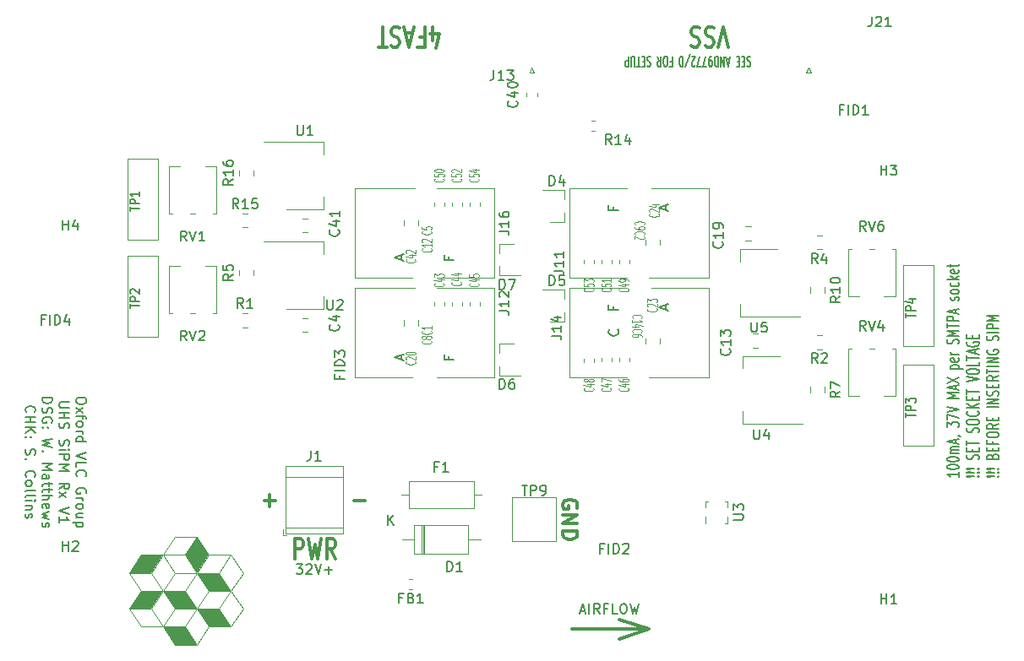
<source format=gbr>
G04 #@! TF.GenerationSoftware,KiCad,Pcbnew,5.1.6-c6e7f7d~87~ubuntu18.04.1*
G04 #@! TF.CreationDate,2021-01-06T14:43:31+00:00*
G04 #@! TF.ProjectId,multi-smtpa,6d756c74-692d-4736-9d74-70612e6b6963,rev?*
G04 #@! TF.SameCoordinates,Original*
G04 #@! TF.FileFunction,Legend,Top*
G04 #@! TF.FilePolarity,Positive*
%FSLAX46Y46*%
G04 Gerber Fmt 4.6, Leading zero omitted, Abs format (unit mm)*
G04 Created by KiCad (PCBNEW 5.1.6-c6e7f7d~87~ubuntu18.04.1) date 2021-01-06 14:43:31*
%MOMM*%
%LPD*%
G01*
G04 APERTURE LIST*
%ADD10C,0.300000*%
%ADD11C,0.150000*%
%ADD12C,0.100000*%
%ADD13C,0.120000*%
%ADD14C,0.200000*%
%ADD15C,0.375000*%
%ADD16C,0.125000*%
G04 APERTURE END LIST*
D10*
X163750000Y-102000000D02*
X156250000Y-102000000D01*
X156750000Y-89857142D02*
X156821428Y-89714285D01*
X156821428Y-89500000D01*
X156750000Y-89285714D01*
X156607142Y-89142857D01*
X156464285Y-89071428D01*
X156178571Y-89000000D01*
X155964285Y-89000000D01*
X155678571Y-89071428D01*
X155535714Y-89142857D01*
X155392857Y-89285714D01*
X155321428Y-89500000D01*
X155321428Y-89642857D01*
X155392857Y-89857142D01*
X155464285Y-89928571D01*
X155964285Y-89928571D01*
X155964285Y-89642857D01*
X155321428Y-90571428D02*
X156821428Y-90571428D01*
X155321428Y-91428571D01*
X156821428Y-91428571D01*
X155321428Y-92142857D02*
X156821428Y-92142857D01*
X156821428Y-92500000D01*
X156750000Y-92714285D01*
X156607142Y-92857142D01*
X156464285Y-92928571D01*
X156178571Y-93000000D01*
X155964285Y-93000000D01*
X155678571Y-92928571D01*
X155535714Y-92857142D01*
X155392857Y-92714285D01*
X155321428Y-92500000D01*
X155321428Y-92142857D01*
D11*
X157095238Y-100166666D02*
X157571428Y-100166666D01*
X157000000Y-100452380D02*
X157333333Y-99452380D01*
X157666666Y-100452380D01*
X158000000Y-100452380D02*
X158000000Y-99452380D01*
X159047619Y-100452380D02*
X158714285Y-99976190D01*
X158476190Y-100452380D02*
X158476190Y-99452380D01*
X158857142Y-99452380D01*
X158952380Y-99500000D01*
X159000000Y-99547619D01*
X159047619Y-99642857D01*
X159047619Y-99785714D01*
X159000000Y-99880952D01*
X158952380Y-99928571D01*
X158857142Y-99976190D01*
X158476190Y-99976190D01*
X159809523Y-99928571D02*
X159476190Y-99928571D01*
X159476190Y-100452380D02*
X159476190Y-99452380D01*
X159952380Y-99452380D01*
X160809523Y-100452380D02*
X160333333Y-100452380D01*
X160333333Y-99452380D01*
X161333333Y-99452380D02*
X161523809Y-99452380D01*
X161619047Y-99500000D01*
X161714285Y-99595238D01*
X161761904Y-99785714D01*
X161761904Y-100119047D01*
X161714285Y-100309523D01*
X161619047Y-100404761D01*
X161523809Y-100452380D01*
X161333333Y-100452380D01*
X161238095Y-100404761D01*
X161142857Y-100309523D01*
X161095238Y-100119047D01*
X161095238Y-99785714D01*
X161142857Y-99595238D01*
X161238095Y-99500000D01*
X161333333Y-99452380D01*
X162095238Y-99452380D02*
X162333333Y-100452380D01*
X162523809Y-99738095D01*
X162714285Y-100452380D01*
X162952380Y-99452380D01*
D10*
X164000000Y-102000000D02*
X161000000Y-103000000D01*
X164000000Y-102000000D02*
X161000000Y-101000000D01*
X142285714Y-42928571D02*
X142285714Y-41595238D01*
X142642857Y-43690476D02*
X143000000Y-42261904D01*
X142071428Y-42261904D01*
X141000000Y-42642857D02*
X141500000Y-42642857D01*
X141500000Y-41595238D02*
X141500000Y-43595238D01*
X140785714Y-43595238D01*
X140285714Y-42166666D02*
X139571428Y-42166666D01*
X140428571Y-41595238D02*
X139928571Y-43595238D01*
X139428571Y-41595238D01*
X139000000Y-41690476D02*
X138785714Y-41595238D01*
X138428571Y-41595238D01*
X138285714Y-41690476D01*
X138214285Y-41785714D01*
X138142857Y-41976190D01*
X138142857Y-42166666D01*
X138214285Y-42357142D01*
X138285714Y-42452380D01*
X138428571Y-42547619D01*
X138714285Y-42642857D01*
X138857142Y-42738095D01*
X138928571Y-42833333D01*
X139000000Y-43023809D01*
X139000000Y-43214285D01*
X138928571Y-43404761D01*
X138857142Y-43500000D01*
X138714285Y-43595238D01*
X138357142Y-43595238D01*
X138142857Y-43500000D01*
X137714285Y-43595238D02*
X136857142Y-43595238D01*
X137285714Y-41595238D02*
X137285714Y-43595238D01*
D11*
X174176220Y-44595238D02*
X174090505Y-44547619D01*
X173947648Y-44547619D01*
X173890505Y-44595238D01*
X173861934Y-44642857D01*
X173833362Y-44738095D01*
X173833362Y-44833333D01*
X173861934Y-44928571D01*
X173890505Y-44976190D01*
X173947648Y-45023809D01*
X174061934Y-45071428D01*
X174119077Y-45119047D01*
X174147648Y-45166666D01*
X174176220Y-45261904D01*
X174176220Y-45357142D01*
X174147648Y-45452380D01*
X174119077Y-45500000D01*
X174061934Y-45547619D01*
X173919077Y-45547619D01*
X173833362Y-45500000D01*
X173576220Y-45071428D02*
X173376220Y-45071428D01*
X173290505Y-44547619D02*
X173576220Y-44547619D01*
X173576220Y-45547619D01*
X173290505Y-45547619D01*
X173033362Y-45071428D02*
X172833362Y-45071428D01*
X172747648Y-44547619D02*
X173033362Y-44547619D01*
X173033362Y-45547619D01*
X172747648Y-45547619D01*
X172061934Y-44833333D02*
X171776220Y-44833333D01*
X172119077Y-44547619D02*
X171919077Y-45547619D01*
X171719077Y-44547619D01*
X171519077Y-44547619D02*
X171519077Y-45547619D01*
X171176220Y-44547619D01*
X171176220Y-45547619D01*
X170890505Y-44547619D02*
X170890505Y-45547619D01*
X170747648Y-45547619D01*
X170661934Y-45500000D01*
X170604791Y-45404761D01*
X170576220Y-45309523D01*
X170547648Y-45119047D01*
X170547648Y-44976190D01*
X170576220Y-44785714D01*
X170604791Y-44690476D01*
X170661934Y-44595238D01*
X170747648Y-44547619D01*
X170890505Y-44547619D01*
X170261934Y-44547619D02*
X170147648Y-44547619D01*
X170090505Y-44595238D01*
X170061934Y-44642857D01*
X170004791Y-44785714D01*
X169976220Y-44976190D01*
X169976220Y-45357142D01*
X170004791Y-45452380D01*
X170033362Y-45500000D01*
X170090505Y-45547619D01*
X170204791Y-45547619D01*
X170261934Y-45500000D01*
X170290505Y-45452380D01*
X170319077Y-45357142D01*
X170319077Y-45119047D01*
X170290505Y-45023809D01*
X170261934Y-44976190D01*
X170204791Y-44928571D01*
X170090505Y-44928571D01*
X170033362Y-44976190D01*
X170004791Y-45023809D01*
X169976220Y-45119047D01*
X169776220Y-45547619D02*
X169376220Y-45547619D01*
X169633362Y-44547619D01*
X169204791Y-45547619D02*
X168804791Y-45547619D01*
X169061934Y-44547619D01*
X168604791Y-45452380D02*
X168576220Y-45500000D01*
X168519077Y-45547619D01*
X168376220Y-45547619D01*
X168319077Y-45500000D01*
X168290505Y-45452380D01*
X168261934Y-45357142D01*
X168261934Y-45261904D01*
X168290505Y-45119047D01*
X168633362Y-44547619D01*
X168261934Y-44547619D01*
X167576220Y-45595238D02*
X168090505Y-44309523D01*
X167376220Y-44547619D02*
X167376220Y-45547619D01*
X167233362Y-45547619D01*
X167147648Y-45500000D01*
X167090505Y-45404761D01*
X167061934Y-45309523D01*
X167033362Y-45119047D01*
X167033362Y-44976190D01*
X167061934Y-44785714D01*
X167090505Y-44690476D01*
X167147648Y-44595238D01*
X167233362Y-44547619D01*
X167376220Y-44547619D01*
X166119077Y-45071428D02*
X166319077Y-45071428D01*
X166319077Y-44547619D02*
X166319077Y-45547619D01*
X166033362Y-45547619D01*
X165690505Y-45547619D02*
X165576220Y-45547619D01*
X165519077Y-45500000D01*
X165461934Y-45404761D01*
X165433362Y-45214285D01*
X165433362Y-44880952D01*
X165461934Y-44690476D01*
X165519077Y-44595238D01*
X165576220Y-44547619D01*
X165690505Y-44547619D01*
X165747648Y-44595238D01*
X165804791Y-44690476D01*
X165833362Y-44880952D01*
X165833362Y-45214285D01*
X165804791Y-45404761D01*
X165747648Y-45500000D01*
X165690505Y-45547619D01*
X164833362Y-44547619D02*
X165033362Y-45023809D01*
X165176220Y-44547619D02*
X165176220Y-45547619D01*
X164947648Y-45547619D01*
X164890505Y-45500000D01*
X164861934Y-45452380D01*
X164833362Y-45357142D01*
X164833362Y-45214285D01*
X164861934Y-45119047D01*
X164890505Y-45071428D01*
X164947648Y-45023809D01*
X165176220Y-45023809D01*
X164147648Y-44595238D02*
X164061934Y-44547619D01*
X163919077Y-44547619D01*
X163861934Y-44595238D01*
X163833362Y-44642857D01*
X163804791Y-44738095D01*
X163804791Y-44833333D01*
X163833362Y-44928571D01*
X163861934Y-44976190D01*
X163919077Y-45023809D01*
X164033362Y-45071428D01*
X164090505Y-45119047D01*
X164119077Y-45166666D01*
X164147648Y-45261904D01*
X164147648Y-45357142D01*
X164119077Y-45452380D01*
X164090505Y-45500000D01*
X164033362Y-45547619D01*
X163890505Y-45547619D01*
X163804791Y-45500000D01*
X163547648Y-45071428D02*
X163347648Y-45071428D01*
X163261934Y-44547619D02*
X163547648Y-44547619D01*
X163547648Y-45547619D01*
X163261934Y-45547619D01*
X163090505Y-45547619D02*
X162747648Y-45547619D01*
X162919077Y-44547619D02*
X162919077Y-45547619D01*
X162547648Y-45547619D02*
X162547648Y-44738095D01*
X162519077Y-44642857D01*
X162490505Y-44595238D01*
X162433362Y-44547619D01*
X162319077Y-44547619D01*
X162261934Y-44595238D01*
X162233362Y-44642857D01*
X162204791Y-44738095D01*
X162204791Y-45547619D01*
X161919077Y-44547619D02*
X161919077Y-45547619D01*
X161690505Y-45547619D01*
X161633362Y-45500000D01*
X161604791Y-45452380D01*
X161576220Y-45357142D01*
X161576220Y-45214285D01*
X161604791Y-45119047D01*
X161633362Y-45071428D01*
X161690505Y-45023809D01*
X161919077Y-45023809D01*
D12*
G36*
X118700000Y-99950000D02*
G01*
X116500000Y-99950000D01*
X115300000Y-98150000D01*
X117500000Y-98150000D01*
X118700000Y-99950000D01*
G37*
X118700000Y-99950000D02*
X116500000Y-99950000D01*
X115300000Y-98150000D01*
X117500000Y-98150000D01*
X118700000Y-99950000D01*
G36*
X114100000Y-99950000D02*
G01*
X111900000Y-99950000D01*
X113100000Y-98150000D01*
X115300000Y-98150000D01*
X114100000Y-99950000D01*
G37*
X114100000Y-99950000D02*
X111900000Y-99950000D01*
X113100000Y-98150000D01*
X115300000Y-98150000D01*
X114100000Y-99950000D01*
G36*
X122100000Y-101750000D02*
G01*
X119900000Y-101750000D01*
X118700000Y-99950000D01*
X120900000Y-99950000D01*
X122100000Y-101750000D01*
G37*
X122100000Y-101750000D02*
X119900000Y-101750000D01*
X118700000Y-99950000D01*
X120900000Y-99950000D01*
X122100000Y-101750000D01*
G36*
X118700000Y-103550000D02*
G01*
X116500000Y-103550000D01*
X115300000Y-101750000D01*
X117500000Y-101750000D01*
X118700000Y-103550000D01*
G37*
X118700000Y-103550000D02*
X116500000Y-103550000D01*
X115300000Y-101750000D01*
X117500000Y-101750000D01*
X118700000Y-103550000D01*
G36*
X119900000Y-94550000D02*
G01*
X118700000Y-96350000D01*
X117500000Y-94550000D01*
X118700000Y-92750000D01*
X119900000Y-94550000D01*
G37*
X119900000Y-94550000D02*
X118700000Y-96350000D01*
X117500000Y-94550000D01*
X118700000Y-92750000D01*
X119900000Y-94550000D01*
G36*
X114100000Y-96350000D02*
G01*
X111900000Y-96350000D01*
X113100000Y-94550000D01*
X115300000Y-94550000D01*
X114100000Y-96350000D01*
G37*
X114100000Y-96350000D02*
X111900000Y-96350000D01*
X113100000Y-94550000D01*
X115300000Y-94550000D01*
X114100000Y-96350000D01*
G36*
X122100000Y-98150000D02*
G01*
X119900000Y-98150000D01*
X118700000Y-96350000D01*
X120900000Y-96350000D01*
X122100000Y-98150000D01*
G37*
X122100000Y-98150000D02*
X119900000Y-98150000D01*
X118700000Y-96350000D01*
X120900000Y-96350000D01*
X122100000Y-98150000D01*
D13*
X119900000Y-94550000D02*
X118700000Y-92750000D01*
X115300000Y-94550000D02*
X116500000Y-96350000D01*
X118700000Y-92750000D02*
X117500000Y-94550000D01*
X115300000Y-94550000D02*
X117500000Y-94550000D01*
X116500000Y-92750000D02*
X115300000Y-94550000D01*
X118700000Y-92750000D02*
X116500000Y-92750000D01*
X118700000Y-96350000D02*
X119900000Y-94550000D01*
X117500000Y-94550000D02*
X118700000Y-96350000D01*
X116500000Y-96350000D02*
X118700000Y-96350000D01*
X116500000Y-96350000D02*
X115300000Y-94550000D01*
X111900000Y-96350000D02*
X113100000Y-98150000D01*
X115300000Y-94550000D02*
X114100000Y-96350000D01*
X111900000Y-96350000D02*
X114100000Y-96350000D01*
X113100000Y-94550000D02*
X111900000Y-96350000D01*
X115300000Y-94550000D02*
X113100000Y-94550000D01*
X115300000Y-98150000D02*
X116500000Y-96350000D01*
X114100000Y-96350000D02*
X115300000Y-98150000D01*
X113100000Y-98150000D02*
X115300000Y-98150000D01*
X116500000Y-99950000D02*
X115300000Y-98150000D01*
X111900000Y-99950000D02*
X113100000Y-101750000D01*
X115300000Y-98150000D02*
X114100000Y-99950000D01*
X111900000Y-99950000D02*
X114100000Y-99950000D01*
X113100000Y-98150000D02*
X111900000Y-99950000D01*
X115300000Y-98150000D02*
X113100000Y-98150000D01*
X115300000Y-101750000D02*
X116500000Y-99950000D01*
X114100000Y-99950000D02*
X115300000Y-101750000D01*
X113100000Y-101750000D02*
X115300000Y-101750000D01*
X119900000Y-101750000D02*
X118700000Y-99950000D01*
X115300000Y-101750000D02*
X116500000Y-103550000D01*
X118700000Y-99950000D02*
X117500000Y-101750000D01*
X115300000Y-101750000D02*
X117500000Y-101750000D01*
X116500000Y-99950000D02*
X115300000Y-101750000D01*
X118700000Y-99950000D02*
X116500000Y-99950000D01*
X118700000Y-103550000D02*
X119900000Y-101750000D01*
X117500000Y-101750000D02*
X118700000Y-103550000D01*
X116500000Y-103550000D02*
X118700000Y-103550000D01*
X119900000Y-98150000D02*
X118700000Y-96350000D01*
X115300000Y-98150000D02*
X116500000Y-99950000D01*
X118700000Y-96350000D02*
X117500000Y-98150000D01*
X115300000Y-98150000D02*
X117500000Y-98150000D01*
X116500000Y-96350000D02*
X115300000Y-98150000D01*
X118700000Y-96350000D02*
X116500000Y-96350000D01*
X118700000Y-99950000D02*
X119900000Y-98150000D01*
X117500000Y-98150000D02*
X118700000Y-99950000D01*
X116500000Y-99950000D02*
X118700000Y-99950000D01*
X123300000Y-99950000D02*
X122100000Y-98150000D01*
X118700000Y-99950000D02*
X119900000Y-101750000D01*
X122100000Y-98150000D02*
X120900000Y-99950000D01*
X118700000Y-99950000D02*
X120900000Y-99950000D01*
X119900000Y-98150000D02*
X118700000Y-99950000D01*
X122100000Y-98150000D02*
X119900000Y-98150000D01*
X122100000Y-101750000D02*
X123300000Y-99950000D01*
X120900000Y-99950000D02*
X122100000Y-101750000D01*
X119900000Y-101750000D02*
X122100000Y-101750000D01*
X120900000Y-96350000D02*
X122100000Y-98150000D01*
X122100000Y-94550000D02*
X120900000Y-96350000D01*
X118700000Y-96350000D02*
X120900000Y-96350000D01*
X119900000Y-94550000D02*
X118700000Y-96350000D01*
X122100000Y-94550000D02*
X119900000Y-94550000D01*
X123300000Y-96350000D02*
X122100000Y-94550000D01*
X122100000Y-98150000D02*
X123300000Y-96350000D01*
X119900000Y-98150000D02*
X122100000Y-98150000D01*
X118700000Y-96350000D02*
X119900000Y-98150000D01*
D14*
X195042857Y-86260476D02*
X195042857Y-86717619D01*
X195042857Y-86489047D02*
X193842857Y-86489047D01*
X194014285Y-86565238D01*
X194128571Y-86641428D01*
X194185714Y-86717619D01*
X193842857Y-85765238D02*
X193842857Y-85689047D01*
X193900000Y-85612857D01*
X193957142Y-85574761D01*
X194071428Y-85536666D01*
X194300000Y-85498571D01*
X194585714Y-85498571D01*
X194814285Y-85536666D01*
X194928571Y-85574761D01*
X194985714Y-85612857D01*
X195042857Y-85689047D01*
X195042857Y-85765238D01*
X194985714Y-85841428D01*
X194928571Y-85879523D01*
X194814285Y-85917619D01*
X194585714Y-85955714D01*
X194300000Y-85955714D01*
X194071428Y-85917619D01*
X193957142Y-85879523D01*
X193900000Y-85841428D01*
X193842857Y-85765238D01*
X193842857Y-85003333D02*
X193842857Y-84927142D01*
X193900000Y-84850952D01*
X193957142Y-84812857D01*
X194071428Y-84774761D01*
X194300000Y-84736666D01*
X194585714Y-84736666D01*
X194814285Y-84774761D01*
X194928571Y-84812857D01*
X194985714Y-84850952D01*
X195042857Y-84927142D01*
X195042857Y-85003333D01*
X194985714Y-85079523D01*
X194928571Y-85117619D01*
X194814285Y-85155714D01*
X194585714Y-85193809D01*
X194300000Y-85193809D01*
X194071428Y-85155714D01*
X193957142Y-85117619D01*
X193900000Y-85079523D01*
X193842857Y-85003333D01*
X195042857Y-84393809D02*
X194242857Y-84393809D01*
X194357142Y-84393809D02*
X194300000Y-84355714D01*
X194242857Y-84279523D01*
X194242857Y-84165238D01*
X194300000Y-84089047D01*
X194414285Y-84050952D01*
X195042857Y-84050952D01*
X194414285Y-84050952D02*
X194300000Y-84012857D01*
X194242857Y-83936666D01*
X194242857Y-83822380D01*
X194300000Y-83746190D01*
X194414285Y-83708095D01*
X195042857Y-83708095D01*
X194700000Y-83365238D02*
X194700000Y-82984285D01*
X195042857Y-83441428D02*
X193842857Y-83174761D01*
X195042857Y-82908095D01*
X194985714Y-82603333D02*
X195042857Y-82603333D01*
X195157142Y-82641428D01*
X195214285Y-82679523D01*
X193842857Y-81727142D02*
X193842857Y-81231904D01*
X194300000Y-81498571D01*
X194300000Y-81384285D01*
X194357142Y-81308095D01*
X194414285Y-81270000D01*
X194528571Y-81231904D01*
X194814285Y-81231904D01*
X194928571Y-81270000D01*
X194985714Y-81308095D01*
X195042857Y-81384285D01*
X195042857Y-81612857D01*
X194985714Y-81689047D01*
X194928571Y-81727142D01*
X193842857Y-80965238D02*
X193842857Y-80431904D01*
X195042857Y-80774761D01*
X193842857Y-80241428D02*
X195042857Y-79974761D01*
X193842857Y-79708095D01*
X195042857Y-78831904D02*
X193842857Y-78831904D01*
X194700000Y-78565238D01*
X193842857Y-78298571D01*
X195042857Y-78298571D01*
X194700000Y-77955714D02*
X194700000Y-77574761D01*
X195042857Y-78031904D02*
X193842857Y-77765238D01*
X195042857Y-77498571D01*
X193842857Y-77308095D02*
X195042857Y-76774761D01*
X193842857Y-76774761D02*
X195042857Y-77308095D01*
X194242857Y-75860476D02*
X195442857Y-75860476D01*
X194300000Y-75860476D02*
X194242857Y-75784285D01*
X194242857Y-75631904D01*
X194300000Y-75555714D01*
X194357142Y-75517619D01*
X194471428Y-75479523D01*
X194814285Y-75479523D01*
X194928571Y-75517619D01*
X194985714Y-75555714D01*
X195042857Y-75631904D01*
X195042857Y-75784285D01*
X194985714Y-75860476D01*
X194985714Y-74831904D02*
X195042857Y-74908095D01*
X195042857Y-75060476D01*
X194985714Y-75136666D01*
X194871428Y-75174761D01*
X194414285Y-75174761D01*
X194300000Y-75136666D01*
X194242857Y-75060476D01*
X194242857Y-74908095D01*
X194300000Y-74831904D01*
X194414285Y-74793809D01*
X194528571Y-74793809D01*
X194642857Y-75174761D01*
X195042857Y-74450952D02*
X194242857Y-74450952D01*
X194471428Y-74450952D02*
X194357142Y-74412857D01*
X194300000Y-74374761D01*
X194242857Y-74298571D01*
X194242857Y-74222380D01*
X194985714Y-73384285D02*
X195042857Y-73270000D01*
X195042857Y-73079523D01*
X194985714Y-73003333D01*
X194928571Y-72965238D01*
X194814285Y-72927142D01*
X194700000Y-72927142D01*
X194585714Y-72965238D01*
X194528571Y-73003333D01*
X194471428Y-73079523D01*
X194414285Y-73231904D01*
X194357142Y-73308095D01*
X194300000Y-73346190D01*
X194185714Y-73384285D01*
X194071428Y-73384285D01*
X193957142Y-73346190D01*
X193900000Y-73308095D01*
X193842857Y-73231904D01*
X193842857Y-73041428D01*
X193900000Y-72927142D01*
X195042857Y-72584285D02*
X193842857Y-72584285D01*
X194700000Y-72317619D01*
X193842857Y-72050952D01*
X195042857Y-72050952D01*
X193842857Y-71784285D02*
X193842857Y-71327142D01*
X195042857Y-71555714D02*
X193842857Y-71555714D01*
X195042857Y-71060476D02*
X193842857Y-71060476D01*
X193842857Y-70755714D01*
X193900000Y-70679523D01*
X193957142Y-70641428D01*
X194071428Y-70603333D01*
X194242857Y-70603333D01*
X194357142Y-70641428D01*
X194414285Y-70679523D01*
X194471428Y-70755714D01*
X194471428Y-71060476D01*
X194700000Y-70298571D02*
X194700000Y-69917619D01*
X195042857Y-70374761D02*
X193842857Y-70108095D01*
X195042857Y-69841428D01*
X194985714Y-69003333D02*
X195042857Y-68927142D01*
X195042857Y-68774761D01*
X194985714Y-68698571D01*
X194871428Y-68660476D01*
X194814285Y-68660476D01*
X194700000Y-68698571D01*
X194642857Y-68774761D01*
X194642857Y-68889047D01*
X194585714Y-68965238D01*
X194471428Y-69003333D01*
X194414285Y-69003333D01*
X194300000Y-68965238D01*
X194242857Y-68889047D01*
X194242857Y-68774761D01*
X194300000Y-68698571D01*
X195042857Y-68203333D02*
X194985714Y-68279523D01*
X194928571Y-68317619D01*
X194814285Y-68355714D01*
X194471428Y-68355714D01*
X194357142Y-68317619D01*
X194300000Y-68279523D01*
X194242857Y-68203333D01*
X194242857Y-68089047D01*
X194300000Y-68012857D01*
X194357142Y-67974761D01*
X194471428Y-67936666D01*
X194814285Y-67936666D01*
X194928571Y-67974761D01*
X194985714Y-68012857D01*
X195042857Y-68089047D01*
X195042857Y-68203333D01*
X194985714Y-67250952D02*
X195042857Y-67327142D01*
X195042857Y-67479523D01*
X194985714Y-67555714D01*
X194928571Y-67593809D01*
X194814285Y-67631904D01*
X194471428Y-67631904D01*
X194357142Y-67593809D01*
X194300000Y-67555714D01*
X194242857Y-67479523D01*
X194242857Y-67327142D01*
X194300000Y-67250952D01*
X195042857Y-66908095D02*
X193842857Y-66908095D01*
X194585714Y-66831904D02*
X195042857Y-66603333D01*
X194242857Y-66603333D02*
X194700000Y-66908095D01*
X194985714Y-65955714D02*
X195042857Y-66031904D01*
X195042857Y-66184285D01*
X194985714Y-66260476D01*
X194871428Y-66298571D01*
X194414285Y-66298571D01*
X194300000Y-66260476D01*
X194242857Y-66184285D01*
X194242857Y-66031904D01*
X194300000Y-65955714D01*
X194414285Y-65917619D01*
X194528571Y-65917619D01*
X194642857Y-66298571D01*
X194242857Y-65689047D02*
X194242857Y-65384285D01*
X193842857Y-65574761D02*
X194871428Y-65574761D01*
X194985714Y-65536666D01*
X195042857Y-65460476D01*
X195042857Y-65384285D01*
X196928571Y-86679523D02*
X196985714Y-86641428D01*
X197042857Y-86679523D01*
X196985714Y-86717619D01*
X196928571Y-86679523D01*
X197042857Y-86679523D01*
X196585714Y-86679523D02*
X195900000Y-86717619D01*
X195842857Y-86679523D01*
X195900000Y-86641428D01*
X196585714Y-86679523D01*
X195842857Y-86679523D01*
X196928571Y-86298571D02*
X196985714Y-86260476D01*
X197042857Y-86298571D01*
X196985714Y-86336666D01*
X196928571Y-86298571D01*
X197042857Y-86298571D01*
X196585714Y-86298571D02*
X195900000Y-86336666D01*
X195842857Y-86298571D01*
X195900000Y-86260476D01*
X196585714Y-86298571D01*
X195842857Y-86298571D01*
X196928571Y-85917619D02*
X196985714Y-85879523D01*
X197042857Y-85917619D01*
X196985714Y-85955714D01*
X196928571Y-85917619D01*
X197042857Y-85917619D01*
X196585714Y-85917619D02*
X195900000Y-85955714D01*
X195842857Y-85917619D01*
X195900000Y-85879523D01*
X196585714Y-85917619D01*
X195842857Y-85917619D01*
X196985714Y-84965238D02*
X197042857Y-84850952D01*
X197042857Y-84660476D01*
X196985714Y-84584285D01*
X196928571Y-84546190D01*
X196814285Y-84508095D01*
X196700000Y-84508095D01*
X196585714Y-84546190D01*
X196528571Y-84584285D01*
X196471428Y-84660476D01*
X196414285Y-84812857D01*
X196357142Y-84889047D01*
X196300000Y-84927142D01*
X196185714Y-84965238D01*
X196071428Y-84965238D01*
X195957142Y-84927142D01*
X195900000Y-84889047D01*
X195842857Y-84812857D01*
X195842857Y-84622380D01*
X195900000Y-84508095D01*
X196414285Y-84165238D02*
X196414285Y-83898571D01*
X197042857Y-83784285D02*
X197042857Y-84165238D01*
X195842857Y-84165238D01*
X195842857Y-83784285D01*
X195842857Y-83555714D02*
X195842857Y-83098571D01*
X197042857Y-83327142D02*
X195842857Y-83327142D01*
X196985714Y-82260476D02*
X197042857Y-82146190D01*
X197042857Y-81955714D01*
X196985714Y-81879523D01*
X196928571Y-81841428D01*
X196814285Y-81803333D01*
X196700000Y-81803333D01*
X196585714Y-81841428D01*
X196528571Y-81879523D01*
X196471428Y-81955714D01*
X196414285Y-82108095D01*
X196357142Y-82184285D01*
X196300000Y-82222380D01*
X196185714Y-82260476D01*
X196071428Y-82260476D01*
X195957142Y-82222380D01*
X195900000Y-82184285D01*
X195842857Y-82108095D01*
X195842857Y-81917619D01*
X195900000Y-81803333D01*
X195842857Y-81308095D02*
X195842857Y-81155714D01*
X195900000Y-81079523D01*
X196014285Y-81003333D01*
X196242857Y-80965238D01*
X196642857Y-80965238D01*
X196871428Y-81003333D01*
X196985714Y-81079523D01*
X197042857Y-81155714D01*
X197042857Y-81308095D01*
X196985714Y-81384285D01*
X196871428Y-81460476D01*
X196642857Y-81498571D01*
X196242857Y-81498571D01*
X196014285Y-81460476D01*
X195900000Y-81384285D01*
X195842857Y-81308095D01*
X196928571Y-80165238D02*
X196985714Y-80203333D01*
X197042857Y-80317619D01*
X197042857Y-80393809D01*
X196985714Y-80508095D01*
X196871428Y-80584285D01*
X196757142Y-80622380D01*
X196528571Y-80660476D01*
X196357142Y-80660476D01*
X196128571Y-80622380D01*
X196014285Y-80584285D01*
X195900000Y-80508095D01*
X195842857Y-80393809D01*
X195842857Y-80317619D01*
X195900000Y-80203333D01*
X195957142Y-80165238D01*
X197042857Y-79822380D02*
X195842857Y-79822380D01*
X197042857Y-79365238D02*
X196357142Y-79708095D01*
X195842857Y-79365238D02*
X196528571Y-79822380D01*
X196414285Y-79022380D02*
X196414285Y-78755714D01*
X197042857Y-78641428D02*
X197042857Y-79022380D01*
X195842857Y-79022380D01*
X195842857Y-78641428D01*
X195842857Y-78412857D02*
X195842857Y-77955714D01*
X197042857Y-78184285D02*
X195842857Y-78184285D01*
X195842857Y-77193809D02*
X197042857Y-76927142D01*
X195842857Y-76660476D01*
X195842857Y-76241428D02*
X195842857Y-76089047D01*
X195900000Y-76012857D01*
X196014285Y-75936666D01*
X196242857Y-75898571D01*
X196642857Y-75898571D01*
X196871428Y-75936666D01*
X196985714Y-76012857D01*
X197042857Y-76089047D01*
X197042857Y-76241428D01*
X196985714Y-76317619D01*
X196871428Y-76393809D01*
X196642857Y-76431904D01*
X196242857Y-76431904D01*
X196014285Y-76393809D01*
X195900000Y-76317619D01*
X195842857Y-76241428D01*
X197042857Y-75174761D02*
X197042857Y-75555714D01*
X195842857Y-75555714D01*
X195842857Y-75022380D02*
X195842857Y-74565238D01*
X197042857Y-74793809D02*
X195842857Y-74793809D01*
X196700000Y-74336666D02*
X196700000Y-73955714D01*
X197042857Y-74412857D02*
X195842857Y-74146190D01*
X197042857Y-73879523D01*
X195900000Y-73193809D02*
X195842857Y-73270000D01*
X195842857Y-73384285D01*
X195900000Y-73498571D01*
X196014285Y-73574761D01*
X196128571Y-73612857D01*
X196357142Y-73650952D01*
X196528571Y-73650952D01*
X196757142Y-73612857D01*
X196871428Y-73574761D01*
X196985714Y-73498571D01*
X197042857Y-73384285D01*
X197042857Y-73308095D01*
X196985714Y-73193809D01*
X196928571Y-73155714D01*
X196528571Y-73155714D01*
X196528571Y-73308095D01*
X196414285Y-72812857D02*
X196414285Y-72546190D01*
X197042857Y-72431904D02*
X197042857Y-72812857D01*
X195842857Y-72812857D01*
X195842857Y-72431904D01*
X198928571Y-86679523D02*
X198985714Y-86641428D01*
X199042857Y-86679523D01*
X198985714Y-86717619D01*
X198928571Y-86679523D01*
X199042857Y-86679523D01*
X198585714Y-86679523D02*
X197900000Y-86717619D01*
X197842857Y-86679523D01*
X197900000Y-86641428D01*
X198585714Y-86679523D01*
X197842857Y-86679523D01*
X198928571Y-86298571D02*
X198985714Y-86260476D01*
X199042857Y-86298571D01*
X198985714Y-86336666D01*
X198928571Y-86298571D01*
X199042857Y-86298571D01*
X198585714Y-86298571D02*
X197900000Y-86336666D01*
X197842857Y-86298571D01*
X197900000Y-86260476D01*
X198585714Y-86298571D01*
X197842857Y-86298571D01*
X198928571Y-85917619D02*
X198985714Y-85879523D01*
X199042857Y-85917619D01*
X198985714Y-85955714D01*
X198928571Y-85917619D01*
X199042857Y-85917619D01*
X198585714Y-85917619D02*
X197900000Y-85955714D01*
X197842857Y-85917619D01*
X197900000Y-85879523D01*
X198585714Y-85917619D01*
X197842857Y-85917619D01*
X198414285Y-84660476D02*
X198471428Y-84546190D01*
X198528571Y-84508095D01*
X198642857Y-84470000D01*
X198814285Y-84470000D01*
X198928571Y-84508095D01*
X198985714Y-84546190D01*
X199042857Y-84622380D01*
X199042857Y-84927142D01*
X197842857Y-84927142D01*
X197842857Y-84660476D01*
X197900000Y-84584285D01*
X197957142Y-84546190D01*
X198071428Y-84508095D01*
X198185714Y-84508095D01*
X198300000Y-84546190D01*
X198357142Y-84584285D01*
X198414285Y-84660476D01*
X198414285Y-84927142D01*
X198414285Y-84127142D02*
X198414285Y-83860476D01*
X199042857Y-83746190D02*
X199042857Y-84127142D01*
X197842857Y-84127142D01*
X197842857Y-83746190D01*
X198414285Y-83136666D02*
X198414285Y-83403333D01*
X199042857Y-83403333D02*
X197842857Y-83403333D01*
X197842857Y-83022380D01*
X197842857Y-82565238D02*
X197842857Y-82412857D01*
X197900000Y-82336666D01*
X198014285Y-82260476D01*
X198242857Y-82222380D01*
X198642857Y-82222380D01*
X198871428Y-82260476D01*
X198985714Y-82336666D01*
X199042857Y-82412857D01*
X199042857Y-82565238D01*
X198985714Y-82641428D01*
X198871428Y-82717619D01*
X198642857Y-82755714D01*
X198242857Y-82755714D01*
X198014285Y-82717619D01*
X197900000Y-82641428D01*
X197842857Y-82565238D01*
X199042857Y-81422380D02*
X198471428Y-81689047D01*
X199042857Y-81879523D02*
X197842857Y-81879523D01*
X197842857Y-81574761D01*
X197900000Y-81498571D01*
X197957142Y-81460476D01*
X198071428Y-81422380D01*
X198242857Y-81422380D01*
X198357142Y-81460476D01*
X198414285Y-81498571D01*
X198471428Y-81574761D01*
X198471428Y-81879523D01*
X198414285Y-81079523D02*
X198414285Y-80812857D01*
X199042857Y-80698571D02*
X199042857Y-81079523D01*
X197842857Y-81079523D01*
X197842857Y-80698571D01*
X199042857Y-79746190D02*
X197842857Y-79746190D01*
X199042857Y-79365238D02*
X197842857Y-79365238D01*
X199042857Y-78908095D01*
X197842857Y-78908095D01*
X198985714Y-78565238D02*
X199042857Y-78450952D01*
X199042857Y-78260476D01*
X198985714Y-78184285D01*
X198928571Y-78146190D01*
X198814285Y-78108095D01*
X198700000Y-78108095D01*
X198585714Y-78146190D01*
X198528571Y-78184285D01*
X198471428Y-78260476D01*
X198414285Y-78412857D01*
X198357142Y-78489047D01*
X198300000Y-78527142D01*
X198185714Y-78565238D01*
X198071428Y-78565238D01*
X197957142Y-78527142D01*
X197900000Y-78489047D01*
X197842857Y-78412857D01*
X197842857Y-78222380D01*
X197900000Y-78108095D01*
X198414285Y-77765238D02*
X198414285Y-77498571D01*
X199042857Y-77384285D02*
X199042857Y-77765238D01*
X197842857Y-77765238D01*
X197842857Y-77384285D01*
X199042857Y-76584285D02*
X198471428Y-76850952D01*
X199042857Y-77041428D02*
X197842857Y-77041428D01*
X197842857Y-76736666D01*
X197900000Y-76660476D01*
X197957142Y-76622380D01*
X198071428Y-76584285D01*
X198242857Y-76584285D01*
X198357142Y-76622380D01*
X198414285Y-76660476D01*
X198471428Y-76736666D01*
X198471428Y-77041428D01*
X197842857Y-76355714D02*
X197842857Y-75898571D01*
X199042857Y-76127142D02*
X197842857Y-76127142D01*
X199042857Y-75631904D02*
X197842857Y-75631904D01*
X199042857Y-75250952D02*
X197842857Y-75250952D01*
X199042857Y-74793809D01*
X197842857Y-74793809D01*
X197900000Y-73993809D02*
X197842857Y-74070000D01*
X197842857Y-74184285D01*
X197900000Y-74298571D01*
X198014285Y-74374761D01*
X198128571Y-74412857D01*
X198357142Y-74450952D01*
X198528571Y-74450952D01*
X198757142Y-74412857D01*
X198871428Y-74374761D01*
X198985714Y-74298571D01*
X199042857Y-74184285D01*
X199042857Y-74108095D01*
X198985714Y-73993809D01*
X198928571Y-73955714D01*
X198528571Y-73955714D01*
X198528571Y-74108095D01*
X198985714Y-73041428D02*
X199042857Y-72927142D01*
X199042857Y-72736666D01*
X198985714Y-72660476D01*
X198928571Y-72622380D01*
X198814285Y-72584285D01*
X198700000Y-72584285D01*
X198585714Y-72622380D01*
X198528571Y-72660476D01*
X198471428Y-72736666D01*
X198414285Y-72889047D01*
X198357142Y-72965238D01*
X198300000Y-73003333D01*
X198185714Y-73041428D01*
X198071428Y-73041428D01*
X197957142Y-73003333D01*
X197900000Y-72965238D01*
X197842857Y-72889047D01*
X197842857Y-72698571D01*
X197900000Y-72584285D01*
X199042857Y-72241428D02*
X197842857Y-72241428D01*
X199042857Y-71860476D02*
X197842857Y-71860476D01*
X197842857Y-71555714D01*
X197900000Y-71479523D01*
X197957142Y-71441428D01*
X198071428Y-71403333D01*
X198242857Y-71403333D01*
X198357142Y-71441428D01*
X198414285Y-71479523D01*
X198471428Y-71555714D01*
X198471428Y-71860476D01*
X199042857Y-71060476D02*
X197842857Y-71060476D01*
X198700000Y-70793809D01*
X197842857Y-70527142D01*
X199042857Y-70527142D01*
D10*
X128500000Y-94904761D02*
X128500000Y-92904761D01*
X129071428Y-92904761D01*
X129214285Y-93000000D01*
X129285714Y-93095238D01*
X129357142Y-93285714D01*
X129357142Y-93571428D01*
X129285714Y-93761904D01*
X129214285Y-93857142D01*
X129071428Y-93952380D01*
X128500000Y-93952380D01*
X129857142Y-92904761D02*
X130214285Y-94904761D01*
X130500000Y-93476190D01*
X130785714Y-94904761D01*
X131142857Y-92904761D01*
X132571428Y-94904761D02*
X132071428Y-93952380D01*
X131714285Y-94904761D02*
X131714285Y-92904761D01*
X132285714Y-92904761D01*
X132428571Y-93000000D01*
X132500000Y-93095238D01*
X132571428Y-93285714D01*
X132571428Y-93571428D01*
X132500000Y-93761904D01*
X132428571Y-93857142D01*
X132285714Y-93952380D01*
X131714285Y-93952380D01*
D14*
X128642857Y-95452380D02*
X129261904Y-95452380D01*
X128928571Y-95833333D01*
X129071428Y-95833333D01*
X129166666Y-95880952D01*
X129214285Y-95928571D01*
X129261904Y-96023809D01*
X129261904Y-96261904D01*
X129214285Y-96357142D01*
X129166666Y-96404761D01*
X129071428Y-96452380D01*
X128785714Y-96452380D01*
X128690476Y-96404761D01*
X128642857Y-96357142D01*
X129642857Y-95547619D02*
X129690476Y-95500000D01*
X129785714Y-95452380D01*
X130023809Y-95452380D01*
X130119047Y-95500000D01*
X130166666Y-95547619D01*
X130214285Y-95642857D01*
X130214285Y-95738095D01*
X130166666Y-95880952D01*
X129595238Y-96452380D01*
X130214285Y-96452380D01*
X130500000Y-95452380D02*
X130833333Y-96452380D01*
X131166666Y-95452380D01*
X131500000Y-96071428D02*
X132261904Y-96071428D01*
X131880952Y-96452380D02*
X131880952Y-95690476D01*
D15*
X134428571Y-89107142D02*
X135571428Y-89107142D01*
D10*
X171928571Y-43595238D02*
X171428571Y-41595238D01*
X170928571Y-43595238D01*
X170500000Y-41690476D02*
X170285714Y-41595238D01*
X169928571Y-41595238D01*
X169785714Y-41690476D01*
X169714285Y-41785714D01*
X169642857Y-41976190D01*
X169642857Y-42166666D01*
X169714285Y-42357142D01*
X169785714Y-42452380D01*
X169928571Y-42547619D01*
X170214285Y-42642857D01*
X170357142Y-42738095D01*
X170428571Y-42833333D01*
X170500000Y-43023809D01*
X170500000Y-43214285D01*
X170428571Y-43404761D01*
X170357142Y-43500000D01*
X170214285Y-43595238D01*
X169857142Y-43595238D01*
X169642857Y-43500000D01*
X169071428Y-41690476D02*
X168857142Y-41595238D01*
X168500000Y-41595238D01*
X168357142Y-41690476D01*
X168285714Y-41785714D01*
X168214285Y-41976190D01*
X168214285Y-42166666D01*
X168285714Y-42357142D01*
X168357142Y-42452380D01*
X168500000Y-42547619D01*
X168785714Y-42642857D01*
X168928571Y-42738095D01*
X169000000Y-42833333D01*
X169071428Y-43023809D01*
X169071428Y-43214285D01*
X169000000Y-43404761D01*
X168928571Y-43500000D01*
X168785714Y-43595238D01*
X168428571Y-43595238D01*
X168214285Y-43500000D01*
D15*
X125428571Y-89107142D02*
X126571428Y-89107142D01*
X126000000Y-89678571D02*
X126000000Y-88535714D01*
D14*
X107597619Y-78988095D02*
X107597619Y-79178571D01*
X107550000Y-79273809D01*
X107454761Y-79369047D01*
X107264285Y-79416666D01*
X106930952Y-79416666D01*
X106740476Y-79369047D01*
X106645238Y-79273809D01*
X106597619Y-79178571D01*
X106597619Y-78988095D01*
X106645238Y-78892857D01*
X106740476Y-78797619D01*
X106930952Y-78750000D01*
X107264285Y-78750000D01*
X107454761Y-78797619D01*
X107550000Y-78892857D01*
X107597619Y-78988095D01*
X106597619Y-79750000D02*
X107264285Y-80273809D01*
X107264285Y-79750000D02*
X106597619Y-80273809D01*
X107264285Y-80511904D02*
X107264285Y-80892857D01*
X106597619Y-80654761D02*
X107454761Y-80654761D01*
X107550000Y-80702380D01*
X107597619Y-80797619D01*
X107597619Y-80892857D01*
X106597619Y-81369047D02*
X106645238Y-81273809D01*
X106692857Y-81226190D01*
X106788095Y-81178571D01*
X107073809Y-81178571D01*
X107169047Y-81226190D01*
X107216666Y-81273809D01*
X107264285Y-81369047D01*
X107264285Y-81511904D01*
X107216666Y-81607142D01*
X107169047Y-81654761D01*
X107073809Y-81702380D01*
X106788095Y-81702380D01*
X106692857Y-81654761D01*
X106645238Y-81607142D01*
X106597619Y-81511904D01*
X106597619Y-81369047D01*
X106597619Y-82130952D02*
X107264285Y-82130952D01*
X107073809Y-82130952D02*
X107169047Y-82178571D01*
X107216666Y-82226190D01*
X107264285Y-82321428D01*
X107264285Y-82416666D01*
X106597619Y-83178571D02*
X107597619Y-83178571D01*
X106645238Y-83178571D02*
X106597619Y-83083333D01*
X106597619Y-82892857D01*
X106645238Y-82797619D01*
X106692857Y-82750000D01*
X106788095Y-82702380D01*
X107073809Y-82702380D01*
X107169047Y-82750000D01*
X107216666Y-82797619D01*
X107264285Y-82892857D01*
X107264285Y-83083333D01*
X107216666Y-83178571D01*
X107597619Y-84273809D02*
X106597619Y-84607142D01*
X107597619Y-84940476D01*
X106597619Y-85750000D02*
X106597619Y-85273809D01*
X107597619Y-85273809D01*
X106692857Y-86654761D02*
X106645238Y-86607142D01*
X106597619Y-86464285D01*
X106597619Y-86369047D01*
X106645238Y-86226190D01*
X106740476Y-86130952D01*
X106835714Y-86083333D01*
X107026190Y-86035714D01*
X107169047Y-86035714D01*
X107359523Y-86083333D01*
X107454761Y-86130952D01*
X107550000Y-86226190D01*
X107597619Y-86369047D01*
X107597619Y-86464285D01*
X107550000Y-86607142D01*
X107502380Y-86654761D01*
X107550000Y-88369047D02*
X107597619Y-88273809D01*
X107597619Y-88130952D01*
X107550000Y-87988095D01*
X107454761Y-87892857D01*
X107359523Y-87845238D01*
X107169047Y-87797619D01*
X107026190Y-87797619D01*
X106835714Y-87845238D01*
X106740476Y-87892857D01*
X106645238Y-87988095D01*
X106597619Y-88130952D01*
X106597619Y-88226190D01*
X106645238Y-88369047D01*
X106692857Y-88416666D01*
X107026190Y-88416666D01*
X107026190Y-88226190D01*
X106597619Y-88845238D02*
X107264285Y-88845238D01*
X107073809Y-88845238D02*
X107169047Y-88892857D01*
X107216666Y-88940476D01*
X107264285Y-89035714D01*
X107264285Y-89130952D01*
X106597619Y-89607142D02*
X106645238Y-89511904D01*
X106692857Y-89464285D01*
X106788095Y-89416666D01*
X107073809Y-89416666D01*
X107169047Y-89464285D01*
X107216666Y-89511904D01*
X107264285Y-89607142D01*
X107264285Y-89750000D01*
X107216666Y-89845238D01*
X107169047Y-89892857D01*
X107073809Y-89940476D01*
X106788095Y-89940476D01*
X106692857Y-89892857D01*
X106645238Y-89845238D01*
X106597619Y-89750000D01*
X106597619Y-89607142D01*
X107264285Y-90797619D02*
X106597619Y-90797619D01*
X107264285Y-90369047D02*
X106740476Y-90369047D01*
X106645238Y-90416666D01*
X106597619Y-90511904D01*
X106597619Y-90654761D01*
X106645238Y-90750000D01*
X106692857Y-90797619D01*
X107264285Y-91273809D02*
X106264285Y-91273809D01*
X107216666Y-91273809D02*
X107264285Y-91369047D01*
X107264285Y-91559523D01*
X107216666Y-91654761D01*
X107169047Y-91702380D01*
X107073809Y-91750000D01*
X106788095Y-91750000D01*
X106692857Y-91702380D01*
X106645238Y-91654761D01*
X106597619Y-91559523D01*
X106597619Y-91369047D01*
X106645238Y-91273809D01*
X105897619Y-79226190D02*
X105088095Y-79226190D01*
X104992857Y-79273809D01*
X104945238Y-79321428D01*
X104897619Y-79416666D01*
X104897619Y-79607142D01*
X104945238Y-79702380D01*
X104992857Y-79750000D01*
X105088095Y-79797619D01*
X105897619Y-79797619D01*
X104897619Y-80273809D02*
X105897619Y-80273809D01*
X105421428Y-80273809D02*
X105421428Y-80845238D01*
X104897619Y-80845238D02*
X105897619Y-80845238D01*
X104945238Y-81273809D02*
X104897619Y-81416666D01*
X104897619Y-81654761D01*
X104945238Y-81750000D01*
X104992857Y-81797619D01*
X105088095Y-81845238D01*
X105183333Y-81845238D01*
X105278571Y-81797619D01*
X105326190Y-81750000D01*
X105373809Y-81654761D01*
X105421428Y-81464285D01*
X105469047Y-81369047D01*
X105516666Y-81321428D01*
X105611904Y-81273809D01*
X105707142Y-81273809D01*
X105802380Y-81321428D01*
X105850000Y-81369047D01*
X105897619Y-81464285D01*
X105897619Y-81702380D01*
X105850000Y-81845238D01*
X104945238Y-82988095D02*
X104897619Y-83130952D01*
X104897619Y-83369047D01*
X104945238Y-83464285D01*
X104992857Y-83511904D01*
X105088095Y-83559523D01*
X105183333Y-83559523D01*
X105278571Y-83511904D01*
X105326190Y-83464285D01*
X105373809Y-83369047D01*
X105421428Y-83178571D01*
X105469047Y-83083333D01*
X105516666Y-83035714D01*
X105611904Y-82988095D01*
X105707142Y-82988095D01*
X105802380Y-83035714D01*
X105850000Y-83083333D01*
X105897619Y-83178571D01*
X105897619Y-83416666D01*
X105850000Y-83559523D01*
X104897619Y-83988095D02*
X105564285Y-83988095D01*
X105897619Y-83988095D02*
X105850000Y-83940476D01*
X105802380Y-83988095D01*
X105850000Y-84035714D01*
X105897619Y-83988095D01*
X105802380Y-83988095D01*
X104897619Y-84464285D02*
X105897619Y-84464285D01*
X105897619Y-84845238D01*
X105850000Y-84940476D01*
X105802380Y-84988095D01*
X105707142Y-85035714D01*
X105564285Y-85035714D01*
X105469047Y-84988095D01*
X105421428Y-84940476D01*
X105373809Y-84845238D01*
X105373809Y-84464285D01*
X104897619Y-85464285D02*
X105897619Y-85464285D01*
X105183333Y-85797619D01*
X105897619Y-86130952D01*
X104897619Y-86130952D01*
X104897619Y-87940476D02*
X105373809Y-87607142D01*
X104897619Y-87369047D02*
X105897619Y-87369047D01*
X105897619Y-87750000D01*
X105850000Y-87845238D01*
X105802380Y-87892857D01*
X105707142Y-87940476D01*
X105564285Y-87940476D01*
X105469047Y-87892857D01*
X105421428Y-87845238D01*
X105373809Y-87750000D01*
X105373809Y-87369047D01*
X104897619Y-88273809D02*
X105564285Y-88797619D01*
X105564285Y-88273809D02*
X104897619Y-88797619D01*
X105897619Y-89797619D02*
X104897619Y-90130952D01*
X105897619Y-90464285D01*
X104897619Y-91321428D02*
X104897619Y-90750000D01*
X104897619Y-91035714D02*
X105897619Y-91035714D01*
X105754761Y-90940476D01*
X105659523Y-90845238D01*
X105611904Y-90750000D01*
X103197619Y-78797619D02*
X104197619Y-78797619D01*
X104197619Y-79035714D01*
X104150000Y-79178571D01*
X104054761Y-79273809D01*
X103959523Y-79321428D01*
X103769047Y-79369047D01*
X103626190Y-79369047D01*
X103435714Y-79321428D01*
X103340476Y-79273809D01*
X103245238Y-79178571D01*
X103197619Y-79035714D01*
X103197619Y-78797619D01*
X103245238Y-79750000D02*
X103197619Y-79892857D01*
X103197619Y-80130952D01*
X103245238Y-80226190D01*
X103292857Y-80273809D01*
X103388095Y-80321428D01*
X103483333Y-80321428D01*
X103578571Y-80273809D01*
X103626190Y-80226190D01*
X103673809Y-80130952D01*
X103721428Y-79940476D01*
X103769047Y-79845238D01*
X103816666Y-79797619D01*
X103911904Y-79750000D01*
X104007142Y-79750000D01*
X104102380Y-79797619D01*
X104150000Y-79845238D01*
X104197619Y-79940476D01*
X104197619Y-80178571D01*
X104150000Y-80321428D01*
X104150000Y-81273809D02*
X104197619Y-81178571D01*
X104197619Y-81035714D01*
X104150000Y-80892857D01*
X104054761Y-80797619D01*
X103959523Y-80750000D01*
X103769047Y-80702380D01*
X103626190Y-80702380D01*
X103435714Y-80750000D01*
X103340476Y-80797619D01*
X103245238Y-80892857D01*
X103197619Y-81035714D01*
X103197619Y-81130952D01*
X103245238Y-81273809D01*
X103292857Y-81321428D01*
X103626190Y-81321428D01*
X103626190Y-81130952D01*
X103292857Y-81750000D02*
X103245238Y-81797619D01*
X103197619Y-81750000D01*
X103245238Y-81702380D01*
X103292857Y-81750000D01*
X103197619Y-81750000D01*
X103816666Y-81750000D02*
X103769047Y-81797619D01*
X103721428Y-81750000D01*
X103769047Y-81702380D01*
X103816666Y-81750000D01*
X103721428Y-81750000D01*
X104197619Y-82892857D02*
X103197619Y-83130952D01*
X103911904Y-83321428D01*
X103197619Y-83511904D01*
X104197619Y-83750000D01*
X103292857Y-84130952D02*
X103245238Y-84178571D01*
X103197619Y-84130952D01*
X103245238Y-84083333D01*
X103292857Y-84130952D01*
X103197619Y-84130952D01*
X103197619Y-85369047D02*
X104197619Y-85369047D01*
X103483333Y-85702380D01*
X104197619Y-86035714D01*
X103197619Y-86035714D01*
X103197619Y-86940476D02*
X103721428Y-86940476D01*
X103816666Y-86892857D01*
X103864285Y-86797619D01*
X103864285Y-86607142D01*
X103816666Y-86511904D01*
X103245238Y-86940476D02*
X103197619Y-86845238D01*
X103197619Y-86607142D01*
X103245238Y-86511904D01*
X103340476Y-86464285D01*
X103435714Y-86464285D01*
X103530952Y-86511904D01*
X103578571Y-86607142D01*
X103578571Y-86845238D01*
X103626190Y-86940476D01*
X103864285Y-87273809D02*
X103864285Y-87654761D01*
X104197619Y-87416666D02*
X103340476Y-87416666D01*
X103245238Y-87464285D01*
X103197619Y-87559523D01*
X103197619Y-87654761D01*
X103864285Y-87845238D02*
X103864285Y-88226190D01*
X104197619Y-87988095D02*
X103340476Y-87988095D01*
X103245238Y-88035714D01*
X103197619Y-88130952D01*
X103197619Y-88226190D01*
X103197619Y-88559523D02*
X104197619Y-88559523D01*
X103197619Y-88988095D02*
X103721428Y-88988095D01*
X103816666Y-88940476D01*
X103864285Y-88845238D01*
X103864285Y-88702380D01*
X103816666Y-88607142D01*
X103769047Y-88559523D01*
X103245238Y-89845238D02*
X103197619Y-89750000D01*
X103197619Y-89559523D01*
X103245238Y-89464285D01*
X103340476Y-89416666D01*
X103721428Y-89416666D01*
X103816666Y-89464285D01*
X103864285Y-89559523D01*
X103864285Y-89750000D01*
X103816666Y-89845238D01*
X103721428Y-89892857D01*
X103626190Y-89892857D01*
X103530952Y-89416666D01*
X103864285Y-90226190D02*
X103197619Y-90416666D01*
X103673809Y-90607142D01*
X103197619Y-90797619D01*
X103864285Y-90988095D01*
X103245238Y-91321428D02*
X103197619Y-91416666D01*
X103197619Y-91607142D01*
X103245238Y-91702380D01*
X103340476Y-91750000D01*
X103388095Y-91750000D01*
X103483333Y-91702380D01*
X103530952Y-91607142D01*
X103530952Y-91464285D01*
X103578571Y-91369047D01*
X103673809Y-91321428D01*
X103721428Y-91321428D01*
X103816666Y-91369047D01*
X103864285Y-91464285D01*
X103864285Y-91607142D01*
X103816666Y-91702380D01*
X101592857Y-80250000D02*
X101545238Y-80202380D01*
X101497619Y-80059523D01*
X101497619Y-79964285D01*
X101545238Y-79821428D01*
X101640476Y-79726190D01*
X101735714Y-79678571D01*
X101926190Y-79630952D01*
X102069047Y-79630952D01*
X102259523Y-79678571D01*
X102354761Y-79726190D01*
X102450000Y-79821428D01*
X102497619Y-79964285D01*
X102497619Y-80059523D01*
X102450000Y-80202380D01*
X102402380Y-80250000D01*
X101497619Y-80678571D02*
X102497619Y-80678571D01*
X102021428Y-80678571D02*
X102021428Y-81250000D01*
X101497619Y-81250000D02*
X102497619Y-81250000D01*
X101497619Y-81726190D02*
X102497619Y-81726190D01*
X101497619Y-82297619D02*
X102069047Y-81869047D01*
X102497619Y-82297619D02*
X101926190Y-81726190D01*
X101592857Y-82726190D02*
X101545238Y-82773809D01*
X101497619Y-82726190D01*
X101545238Y-82678571D01*
X101592857Y-82726190D01*
X101497619Y-82726190D01*
X102116666Y-82726190D02*
X102069047Y-82773809D01*
X102021428Y-82726190D01*
X102069047Y-82678571D01*
X102116666Y-82726190D01*
X102021428Y-82726190D01*
X101545238Y-83916666D02*
X101497619Y-84059523D01*
X101497619Y-84297619D01*
X101545238Y-84392857D01*
X101592857Y-84440476D01*
X101688095Y-84488095D01*
X101783333Y-84488095D01*
X101878571Y-84440476D01*
X101926190Y-84392857D01*
X101973809Y-84297619D01*
X102021428Y-84107142D01*
X102069047Y-84011904D01*
X102116666Y-83964285D01*
X102211904Y-83916666D01*
X102307142Y-83916666D01*
X102402380Y-83964285D01*
X102450000Y-84011904D01*
X102497619Y-84107142D01*
X102497619Y-84345238D01*
X102450000Y-84488095D01*
X101592857Y-84916666D02*
X101545238Y-84964285D01*
X101497619Y-84916666D01*
X101545238Y-84869047D01*
X101592857Y-84916666D01*
X101497619Y-84916666D01*
X101592857Y-86726190D02*
X101545238Y-86678571D01*
X101497619Y-86535714D01*
X101497619Y-86440476D01*
X101545238Y-86297619D01*
X101640476Y-86202380D01*
X101735714Y-86154761D01*
X101926190Y-86107142D01*
X102069047Y-86107142D01*
X102259523Y-86154761D01*
X102354761Y-86202380D01*
X102450000Y-86297619D01*
X102497619Y-86440476D01*
X102497619Y-86535714D01*
X102450000Y-86678571D01*
X102402380Y-86726190D01*
X101497619Y-87297619D02*
X101545238Y-87202380D01*
X101592857Y-87154761D01*
X101688095Y-87107142D01*
X101973809Y-87107142D01*
X102069047Y-87154761D01*
X102116666Y-87202380D01*
X102164285Y-87297619D01*
X102164285Y-87440476D01*
X102116666Y-87535714D01*
X102069047Y-87583333D01*
X101973809Y-87630952D01*
X101688095Y-87630952D01*
X101592857Y-87583333D01*
X101545238Y-87535714D01*
X101497619Y-87440476D01*
X101497619Y-87297619D01*
X101497619Y-88202380D02*
X101545238Y-88107142D01*
X101640476Y-88059523D01*
X102497619Y-88059523D01*
X101497619Y-88726190D02*
X101545238Y-88630952D01*
X101640476Y-88583333D01*
X102497619Y-88583333D01*
X101497619Y-89107142D02*
X102164285Y-89107142D01*
X102497619Y-89107142D02*
X102450000Y-89059523D01*
X102402380Y-89107142D01*
X102450000Y-89154761D01*
X102497619Y-89107142D01*
X102402380Y-89107142D01*
X102164285Y-89583333D02*
X101497619Y-89583333D01*
X102069047Y-89583333D02*
X102116666Y-89630952D01*
X102164285Y-89726190D01*
X102164285Y-89869047D01*
X102116666Y-89964285D01*
X102021428Y-90011904D01*
X101497619Y-90011904D01*
X101545238Y-90440476D02*
X101497619Y-90535714D01*
X101497619Y-90726190D01*
X101545238Y-90821428D01*
X101640476Y-90869047D01*
X101688095Y-90869047D01*
X101783333Y-90821428D01*
X101830952Y-90726190D01*
X101830952Y-90583333D01*
X101878571Y-90488095D01*
X101973809Y-90440476D01*
X102021428Y-90440476D01*
X102116666Y-90488095D01*
X102164285Y-90583333D01*
X102164285Y-90726190D01*
X102116666Y-90821428D01*
D13*
X179100000Y-70660000D02*
X173090000Y-70660000D01*
X176850000Y-63840000D02*
X173090000Y-63840000D01*
X173090000Y-70660000D02*
X173090000Y-69400000D01*
X173090000Y-63840000D02*
X173090000Y-65100000D01*
X179350000Y-81410000D02*
X173340000Y-81410000D01*
X177100000Y-74590000D02*
X173340000Y-74590000D01*
X173340000Y-81410000D02*
X173340000Y-80150000D01*
X173340000Y-74590000D02*
X173340000Y-75850000D01*
X125400000Y-63090000D02*
X131410000Y-63090000D01*
X127650000Y-69910000D02*
X131410000Y-69910000D01*
X131410000Y-63090000D02*
X131410000Y-64350000D01*
X131410000Y-69910000D02*
X131410000Y-68650000D01*
X125400000Y-53090000D02*
X131410000Y-53090000D01*
X127650000Y-59910000D02*
X131410000Y-59910000D01*
X131410000Y-53090000D02*
X131410000Y-54350000D01*
X131410000Y-59910000D02*
X131410000Y-58650000D01*
X140296267Y-96990000D02*
X139953733Y-96990000D01*
X140296267Y-98010000D02*
X139953733Y-98010000D01*
X170000000Y-76750000D02*
X170000000Y-67750000D01*
X170000000Y-67750000D02*
X164250000Y-67750000D01*
X161750000Y-67750000D02*
X156000000Y-67750000D01*
X156000000Y-67750000D02*
X156000000Y-76750000D01*
X156000000Y-76750000D02*
X161750000Y-76750000D01*
X164000000Y-76750000D02*
X170000000Y-76750000D01*
X134500000Y-67750000D02*
X134500000Y-76750000D01*
X134500000Y-76750000D02*
X140250000Y-76750000D01*
X142750000Y-76750000D02*
X148500000Y-76750000D01*
X148500000Y-76750000D02*
X148500000Y-67750000D01*
X148500000Y-67750000D02*
X142750000Y-67750000D01*
X140500000Y-67750000D02*
X134500000Y-67750000D01*
X134500000Y-57750000D02*
X134500000Y-66750000D01*
X134500000Y-66750000D02*
X140250000Y-66750000D01*
X142750000Y-66750000D02*
X148500000Y-66750000D01*
X148500000Y-66750000D02*
X148500000Y-57750000D01*
X148500000Y-57750000D02*
X142750000Y-57750000D01*
X140500000Y-57750000D02*
X134500000Y-57750000D01*
X170000000Y-66750000D02*
X170000000Y-57750000D01*
X170000000Y-57750000D02*
X164250000Y-57750000D01*
X161750000Y-57750000D02*
X156000000Y-57750000D01*
X156000000Y-57750000D02*
X156000000Y-66750000D01*
X156000000Y-66750000D02*
X161750000Y-66750000D01*
X164000000Y-66750000D02*
X170000000Y-66750000D01*
X158546267Y-52010000D02*
X158203733Y-52010000D01*
X158546267Y-50990000D02*
X158203733Y-50990000D01*
D12*
X169650000Y-89150000D02*
X169650000Y-89750000D01*
X169650000Y-89150000D02*
X169900000Y-89150000D01*
X171850000Y-89150000D02*
X171600000Y-89150000D01*
X171850000Y-89150000D02*
X171850000Y-89750000D01*
X171850000Y-91350000D02*
X171600000Y-91350000D01*
X171850000Y-91350000D02*
X171850000Y-90750000D01*
X169650000Y-90740000D02*
X169650000Y-91350000D01*
D13*
X146440000Y-89870000D02*
X146440000Y-87130000D01*
X146440000Y-87130000D02*
X139900000Y-87130000D01*
X139900000Y-87130000D02*
X139900000Y-89870000D01*
X139900000Y-89870000D02*
X146440000Y-89870000D01*
X147210000Y-88500000D02*
X146440000Y-88500000D01*
X139130000Y-88500000D02*
X139900000Y-88500000D01*
X189500000Y-73600000D02*
X189500000Y-65500000D01*
X192500000Y-65500000D02*
X192500000Y-73600000D01*
X189500000Y-73600000D02*
X192500000Y-73600000D01*
X192500000Y-65500000D02*
X189500000Y-65500000D01*
X189500000Y-83600000D02*
X189500000Y-75500000D01*
X192500000Y-75500000D02*
X192500000Y-83600000D01*
X189500000Y-83600000D02*
X192500000Y-83600000D01*
X192500000Y-75500000D02*
X189500000Y-75500000D01*
X111750000Y-72650000D02*
X111750000Y-64550000D01*
X114750000Y-64550000D02*
X114750000Y-72650000D01*
X111750000Y-72650000D02*
X114750000Y-72650000D01*
X114750000Y-64550000D02*
X111750000Y-64550000D01*
X111750000Y-62900000D02*
X111750000Y-54800000D01*
X114750000Y-54800000D02*
X114750000Y-62900000D01*
X111750000Y-62900000D02*
X114750000Y-62900000D01*
X114750000Y-54800000D02*
X111750000Y-54800000D01*
X188340000Y-63880000D02*
X188670000Y-63880000D01*
X183930000Y-63880000D02*
X184261000Y-63880000D01*
X186041000Y-63880000D02*
X186560000Y-63880000D01*
X183930000Y-68620000D02*
X185060000Y-68620000D01*
X187540000Y-68620000D02*
X188670000Y-68620000D01*
X183930000Y-63880000D02*
X183930000Y-68620000D01*
X188670000Y-63880000D02*
X188670000Y-68620000D01*
X174186252Y-63010000D02*
X173663748Y-63010000D01*
X174186252Y-61590000D02*
X173663748Y-61590000D01*
X180190000Y-68236252D02*
X180190000Y-67713748D01*
X181610000Y-68236252D02*
X181610000Y-67713748D01*
X181311252Y-63910000D02*
X180788748Y-63910000D01*
X181311252Y-62490000D02*
X180788748Y-62490000D01*
X188340000Y-73880000D02*
X188670000Y-73880000D01*
X183930000Y-73880000D02*
X184261000Y-73880000D01*
X186041000Y-73880000D02*
X186560000Y-73880000D01*
X183930000Y-78620000D02*
X185060000Y-78620000D01*
X187540000Y-78620000D02*
X188670000Y-78620000D01*
X183930000Y-73880000D02*
X183930000Y-78620000D01*
X188670000Y-73880000D02*
X188670000Y-78620000D01*
X174936252Y-73760000D02*
X174413748Y-73760000D01*
X174936252Y-72340000D02*
X174413748Y-72340000D01*
X180190000Y-78236252D02*
X180190000Y-77713748D01*
X181610000Y-78236252D02*
X181610000Y-77713748D01*
X181311252Y-73910000D02*
X180788748Y-73910000D01*
X181311252Y-72490000D02*
X180788748Y-72490000D01*
X116210000Y-70320000D02*
X115880000Y-70320000D01*
X120620000Y-70320000D02*
X120289000Y-70320000D01*
X118509000Y-70320000D02*
X117990000Y-70320000D01*
X120620000Y-65580000D02*
X119490000Y-65580000D01*
X117010000Y-65580000D02*
X115880000Y-65580000D01*
X120620000Y-70320000D02*
X120620000Y-65580000D01*
X115880000Y-70320000D02*
X115880000Y-65580000D01*
X129263748Y-70790000D02*
X129786252Y-70790000D01*
X129263748Y-72210000D02*
X129786252Y-72210000D01*
X124360000Y-65963748D02*
X124360000Y-66486252D01*
X122940000Y-65963748D02*
X122940000Y-66486252D01*
X123238748Y-70290000D02*
X123761252Y-70290000D01*
X123238748Y-71710000D02*
X123761252Y-71710000D01*
X123238748Y-60290000D02*
X123761252Y-60290000D01*
X123238748Y-61710000D02*
X123761252Y-61710000D01*
X163640000Y-63486252D02*
X163640000Y-62963748D01*
X165060000Y-63486252D02*
X165060000Y-62963748D01*
X163640000Y-73361252D02*
X163640000Y-72838748D01*
X165060000Y-73361252D02*
X165060000Y-72838748D01*
X140860000Y-71013748D02*
X140860000Y-71536252D01*
X139440000Y-71013748D02*
X139440000Y-71536252D01*
X180250000Y-46210000D02*
X180000000Y-45710000D01*
X179750000Y-46210000D02*
X180250000Y-46210000D01*
X180000000Y-45710000D02*
X179750000Y-46210000D01*
X116210000Y-60320000D02*
X115880000Y-60320000D01*
X120620000Y-60320000D02*
X120289000Y-60320000D01*
X118509000Y-60320000D02*
X117990000Y-60320000D01*
X120620000Y-55580000D02*
X119490000Y-55580000D01*
X117010000Y-55580000D02*
X115880000Y-55580000D01*
X120620000Y-60320000D02*
X120620000Y-55580000D01*
X115880000Y-60320000D02*
X115880000Y-55580000D01*
X150300000Y-88800000D02*
X154700000Y-88800000D01*
X154700000Y-88800000D02*
X154700000Y-93200000D01*
X154700000Y-93200000D02*
X150300000Y-93200000D01*
X150300000Y-93200000D02*
X150300000Y-88800000D01*
X145990000Y-59546267D02*
X145990000Y-59203733D01*
X147010000Y-59546267D02*
X147010000Y-59203733D01*
X158510000Y-64953733D02*
X158510000Y-65296267D01*
X157490000Y-64953733D02*
X157490000Y-65296267D01*
X144240000Y-59546267D02*
X144240000Y-59203733D01*
X145260000Y-59546267D02*
X145260000Y-59203733D01*
X160260000Y-64953733D02*
X160260000Y-65296267D01*
X159240000Y-64953733D02*
X159240000Y-65296267D01*
X142490000Y-59546267D02*
X142490000Y-59203733D01*
X143510000Y-59546267D02*
X143510000Y-59203733D01*
X162010000Y-64953733D02*
X162010000Y-65296267D01*
X160990000Y-64953733D02*
X160990000Y-65296267D01*
X158510000Y-74878733D02*
X158510000Y-75221267D01*
X157490000Y-74878733D02*
X157490000Y-75221267D01*
X160260000Y-74828733D02*
X160260000Y-75171267D01*
X159240000Y-74828733D02*
X159240000Y-75171267D01*
X162010000Y-74828733D02*
X162010000Y-75171267D01*
X160990000Y-74828733D02*
X160990000Y-75171267D01*
X145990000Y-69546267D02*
X145990000Y-69203733D01*
X147010000Y-69546267D02*
X147010000Y-69203733D01*
X144240000Y-69546267D02*
X144240000Y-69203733D01*
X145260000Y-69546267D02*
X145260000Y-69203733D01*
X142490000Y-69546267D02*
X142490000Y-69203733D01*
X143510000Y-69546267D02*
X143510000Y-69203733D01*
X124360000Y-55963748D02*
X124360000Y-56486252D01*
X122940000Y-55963748D02*
X122940000Y-56486252D01*
X152500000Y-46210000D02*
X152250000Y-45710000D01*
X152000000Y-46210000D02*
X152500000Y-46210000D01*
X152250000Y-45710000D02*
X152000000Y-46210000D01*
X148990000Y-63370000D02*
X150450000Y-63370000D01*
X148990000Y-66530000D02*
X151150000Y-66530000D01*
X148990000Y-66530000D02*
X148990000Y-65600000D01*
X148990000Y-63370000D02*
X148990000Y-64300000D01*
X148990000Y-73370000D02*
X148990000Y-74300000D01*
X148990000Y-76530000D02*
X148990000Y-75600000D01*
X148990000Y-76530000D02*
X151150000Y-76530000D01*
X148990000Y-73370000D02*
X150450000Y-73370000D01*
X155510000Y-71130000D02*
X155510000Y-70200000D01*
X155510000Y-67970000D02*
X155510000Y-68900000D01*
X155510000Y-67970000D02*
X153350000Y-67970000D01*
X155510000Y-71130000D02*
X154050000Y-71130000D01*
X155510000Y-61130000D02*
X155510000Y-60200000D01*
X155510000Y-57970000D02*
X155510000Y-58900000D01*
X155510000Y-57970000D02*
X153350000Y-57970000D01*
X155510000Y-61130000D02*
X154050000Y-61130000D01*
X140860000Y-61013748D02*
X140860000Y-61536252D01*
X139440000Y-61013748D02*
X139440000Y-61536252D01*
X129263748Y-60790000D02*
X129786252Y-60790000D01*
X129263748Y-62210000D02*
X129786252Y-62210000D01*
X152760000Y-48203733D02*
X152760000Y-48546267D01*
X151740000Y-48203733D02*
X151740000Y-48546267D01*
X127530000Y-91850000D02*
X133310000Y-91850000D01*
X127530000Y-86750000D02*
X133310000Y-86750000D01*
X127530000Y-85630000D02*
X133310000Y-85630000D01*
X127530000Y-92370000D02*
X133310000Y-92370000D01*
X127530000Y-85630000D02*
X127530000Y-92370000D01*
X133310000Y-85630000D02*
X133310000Y-92370000D01*
X127290000Y-91970000D02*
X127290000Y-92610000D01*
X127290000Y-92610000D02*
X127690000Y-92610000D01*
X140450000Y-91530000D02*
X140450000Y-94470000D01*
X140450000Y-94470000D02*
X145890000Y-94470000D01*
X145890000Y-94470000D02*
X145890000Y-91530000D01*
X145890000Y-91530000D02*
X140450000Y-91530000D01*
X139230000Y-93000000D02*
X140450000Y-93000000D01*
X147110000Y-93000000D02*
X145890000Y-93000000D01*
X141350000Y-91530000D02*
X141350000Y-94470000D01*
X141470000Y-91530000D02*
X141470000Y-94470000D01*
X141230000Y-91530000D02*
X141230000Y-94470000D01*
D11*
X174238095Y-71202380D02*
X174238095Y-72011904D01*
X174285714Y-72107142D01*
X174333333Y-72154761D01*
X174428571Y-72202380D01*
X174619047Y-72202380D01*
X174714285Y-72154761D01*
X174761904Y-72107142D01*
X174809523Y-72011904D01*
X174809523Y-71202380D01*
X175761904Y-71202380D02*
X175285714Y-71202380D01*
X175238095Y-71678571D01*
X175285714Y-71630952D01*
X175380952Y-71583333D01*
X175619047Y-71583333D01*
X175714285Y-71630952D01*
X175761904Y-71678571D01*
X175809523Y-71773809D01*
X175809523Y-72011904D01*
X175761904Y-72107142D01*
X175714285Y-72154761D01*
X175619047Y-72202380D01*
X175380952Y-72202380D01*
X175285714Y-72154761D01*
X175238095Y-72107142D01*
X174488095Y-81952380D02*
X174488095Y-82761904D01*
X174535714Y-82857142D01*
X174583333Y-82904761D01*
X174678571Y-82952380D01*
X174869047Y-82952380D01*
X174964285Y-82904761D01*
X175011904Y-82857142D01*
X175059523Y-82761904D01*
X175059523Y-81952380D01*
X175964285Y-82285714D02*
X175964285Y-82952380D01*
X175726190Y-81904761D02*
X175488095Y-82619047D01*
X176107142Y-82619047D01*
X131738095Y-68952380D02*
X131738095Y-69761904D01*
X131785714Y-69857142D01*
X131833333Y-69904761D01*
X131928571Y-69952380D01*
X132119047Y-69952380D01*
X132214285Y-69904761D01*
X132261904Y-69857142D01*
X132309523Y-69761904D01*
X132309523Y-68952380D01*
X132738095Y-69047619D02*
X132785714Y-69000000D01*
X132880952Y-68952380D01*
X133119047Y-68952380D01*
X133214285Y-69000000D01*
X133261904Y-69047619D01*
X133309523Y-69142857D01*
X133309523Y-69238095D01*
X133261904Y-69380952D01*
X132690476Y-69952380D01*
X133309523Y-69952380D01*
X128738095Y-51452380D02*
X128738095Y-52261904D01*
X128785714Y-52357142D01*
X128833333Y-52404761D01*
X128928571Y-52452380D01*
X129119047Y-52452380D01*
X129214285Y-52404761D01*
X129261904Y-52357142D01*
X129309523Y-52261904D01*
X129309523Y-51452380D01*
X130309523Y-52452380D02*
X129738095Y-52452380D01*
X130023809Y-52452380D02*
X130023809Y-51452380D01*
X129928571Y-51595238D01*
X129833333Y-51690476D01*
X129738095Y-51738095D01*
X139291666Y-98858571D02*
X138958333Y-98858571D01*
X138958333Y-99382380D02*
X138958333Y-98382380D01*
X139434523Y-98382380D01*
X140148809Y-98858571D02*
X140291666Y-98906190D01*
X140339285Y-98953809D01*
X140386904Y-99049047D01*
X140386904Y-99191904D01*
X140339285Y-99287142D01*
X140291666Y-99334761D01*
X140196428Y-99382380D01*
X139815476Y-99382380D01*
X139815476Y-98382380D01*
X140148809Y-98382380D01*
X140244047Y-98430000D01*
X140291666Y-98477619D01*
X140339285Y-98572857D01*
X140339285Y-98668095D01*
X140291666Y-98763333D01*
X140244047Y-98810952D01*
X140148809Y-98858571D01*
X139815476Y-98858571D01*
X141339285Y-99382380D02*
X140767857Y-99382380D01*
X141053571Y-99382380D02*
X141053571Y-98382380D01*
X140958333Y-98525238D01*
X140863095Y-98620476D01*
X140767857Y-98668095D01*
X154202380Y-72559523D02*
X154916666Y-72559523D01*
X155059523Y-72607142D01*
X155154761Y-72702380D01*
X155202380Y-72845238D01*
X155202380Y-72940476D01*
X155202380Y-71559523D02*
X155202380Y-72130952D01*
X155202380Y-71845238D02*
X154202380Y-71845238D01*
X154345238Y-71940476D01*
X154440476Y-72035714D01*
X154488095Y-72130952D01*
X154535714Y-70702380D02*
X155202380Y-70702380D01*
X154154761Y-70940476D02*
X154869047Y-71178571D01*
X154869047Y-70559523D01*
X165666666Y-69988095D02*
X165666666Y-69511904D01*
X165952380Y-70083333D02*
X164952380Y-69750000D01*
X165952380Y-69416666D01*
X160857142Y-71940476D02*
X160904761Y-71988095D01*
X160952380Y-72130952D01*
X160952380Y-72226190D01*
X160904761Y-72369047D01*
X160809523Y-72464285D01*
X160714285Y-72511904D01*
X160523809Y-72559523D01*
X160380952Y-72559523D01*
X160190476Y-72511904D01*
X160095238Y-72464285D01*
X160000000Y-72369047D01*
X159952380Y-72226190D01*
X159952380Y-72130952D01*
X160000000Y-71988095D01*
X160047619Y-71940476D01*
X160428571Y-69607142D02*
X160428571Y-69940476D01*
X160952380Y-69940476D02*
X159952380Y-69940476D01*
X159952380Y-69464285D01*
X148952380Y-70059523D02*
X149666666Y-70059523D01*
X149809523Y-70107142D01*
X149904761Y-70202380D01*
X149952380Y-70345238D01*
X149952380Y-70440476D01*
X149952380Y-69059523D02*
X149952380Y-69630952D01*
X149952380Y-69345238D02*
X148952380Y-69345238D01*
X149095238Y-69440476D01*
X149190476Y-69535714D01*
X149238095Y-69630952D01*
X149047619Y-68678571D02*
X149000000Y-68630952D01*
X148952380Y-68535714D01*
X148952380Y-68297619D01*
X149000000Y-68202380D01*
X149047619Y-68154761D01*
X149142857Y-68107142D01*
X149238095Y-68107142D01*
X149380952Y-68154761D01*
X149952380Y-68726190D01*
X149952380Y-68107142D01*
X139166666Y-74988095D02*
X139166666Y-74511904D01*
X139452380Y-75083333D02*
X138452380Y-74750000D01*
X139452380Y-74416666D01*
X143928571Y-74607142D02*
X143928571Y-74940476D01*
X144452380Y-74940476D02*
X143452380Y-74940476D01*
X143452380Y-74464285D01*
X148952380Y-62059523D02*
X149666666Y-62059523D01*
X149809523Y-62107142D01*
X149904761Y-62202380D01*
X149952380Y-62345238D01*
X149952380Y-62440476D01*
X149952380Y-61059523D02*
X149952380Y-61630952D01*
X149952380Y-61345238D02*
X148952380Y-61345238D01*
X149095238Y-61440476D01*
X149190476Y-61535714D01*
X149238095Y-61630952D01*
X148952380Y-60202380D02*
X148952380Y-60392857D01*
X149000000Y-60488095D01*
X149047619Y-60535714D01*
X149190476Y-60630952D01*
X149380952Y-60678571D01*
X149761904Y-60678571D01*
X149857142Y-60630952D01*
X149904761Y-60583333D01*
X149952380Y-60488095D01*
X149952380Y-60297619D01*
X149904761Y-60202380D01*
X149857142Y-60154761D01*
X149761904Y-60107142D01*
X149523809Y-60107142D01*
X149428571Y-60154761D01*
X149380952Y-60202380D01*
X149333333Y-60297619D01*
X149333333Y-60488095D01*
X149380952Y-60583333D01*
X149428571Y-60630952D01*
X149523809Y-60678571D01*
X139166666Y-64988095D02*
X139166666Y-64511904D01*
X139452380Y-65083333D02*
X138452380Y-64750000D01*
X139452380Y-64416666D01*
X143928571Y-64607142D02*
X143928571Y-64940476D01*
X144452380Y-64940476D02*
X143452380Y-64940476D01*
X143452380Y-64464285D01*
X154452380Y-66059523D02*
X155166666Y-66059523D01*
X155309523Y-66107142D01*
X155404761Y-66202380D01*
X155452380Y-66345238D01*
X155452380Y-66440476D01*
X155452380Y-65059523D02*
X155452380Y-65630952D01*
X155452380Y-65345238D02*
X154452380Y-65345238D01*
X154595238Y-65440476D01*
X154690476Y-65535714D01*
X154738095Y-65630952D01*
X155452380Y-64107142D02*
X155452380Y-64678571D01*
X155452380Y-64392857D02*
X154452380Y-64392857D01*
X154595238Y-64488095D01*
X154690476Y-64583333D01*
X154738095Y-64678571D01*
X165666666Y-59988095D02*
X165666666Y-59511904D01*
X165952380Y-60083333D02*
X164952380Y-59750000D01*
X165952380Y-59416666D01*
X160428571Y-59607142D02*
X160428571Y-59940476D01*
X160952380Y-59940476D02*
X159952380Y-59940476D01*
X159952380Y-59464285D01*
X160232142Y-53382380D02*
X159898809Y-52906190D01*
X159660714Y-53382380D02*
X159660714Y-52382380D01*
X160041666Y-52382380D01*
X160136904Y-52430000D01*
X160184523Y-52477619D01*
X160232142Y-52572857D01*
X160232142Y-52715714D01*
X160184523Y-52810952D01*
X160136904Y-52858571D01*
X160041666Y-52906190D01*
X159660714Y-52906190D01*
X161184523Y-53382380D02*
X160613095Y-53382380D01*
X160898809Y-53382380D02*
X160898809Y-52382380D01*
X160803571Y-52525238D01*
X160708333Y-52620476D01*
X160613095Y-52668095D01*
X162041666Y-52715714D02*
X162041666Y-53382380D01*
X161803571Y-52334761D02*
X161565476Y-53049047D01*
X162184523Y-53049047D01*
X103428571Y-70938571D02*
X103095238Y-70938571D01*
X103095238Y-71462380D02*
X103095238Y-70462380D01*
X103571428Y-70462380D01*
X103952380Y-71462380D02*
X103952380Y-70462380D01*
X104428571Y-71462380D02*
X104428571Y-70462380D01*
X104666666Y-70462380D01*
X104809523Y-70510000D01*
X104904761Y-70605238D01*
X104952380Y-70700476D01*
X105000000Y-70890952D01*
X105000000Y-71033809D01*
X104952380Y-71224285D01*
X104904761Y-71319523D01*
X104809523Y-71414761D01*
X104666666Y-71462380D01*
X104428571Y-71462380D01*
X105857142Y-70795714D02*
X105857142Y-71462380D01*
X105619047Y-70414761D02*
X105380952Y-71129047D01*
X106000000Y-71129047D01*
X132968571Y-76571428D02*
X132968571Y-76904761D01*
X133492380Y-76904761D02*
X132492380Y-76904761D01*
X132492380Y-76428571D01*
X133492380Y-76047619D02*
X132492380Y-76047619D01*
X133492380Y-75571428D02*
X132492380Y-75571428D01*
X132492380Y-75333333D01*
X132540000Y-75190476D01*
X132635238Y-75095238D01*
X132730476Y-75047619D01*
X132920952Y-75000000D01*
X133063809Y-75000000D01*
X133254285Y-75047619D01*
X133349523Y-75095238D01*
X133444761Y-75190476D01*
X133492380Y-75333333D01*
X133492380Y-75571428D01*
X132492380Y-74666666D02*
X132492380Y-74047619D01*
X132873333Y-74380952D01*
X132873333Y-74238095D01*
X132920952Y-74142857D01*
X132968571Y-74095238D01*
X133063809Y-74047619D01*
X133301904Y-74047619D01*
X133397142Y-74095238D01*
X133444761Y-74142857D01*
X133492380Y-74238095D01*
X133492380Y-74523809D01*
X133444761Y-74619047D01*
X133397142Y-74666666D01*
X159428571Y-93888571D02*
X159095238Y-93888571D01*
X159095238Y-94412380D02*
X159095238Y-93412380D01*
X159571428Y-93412380D01*
X159952380Y-94412380D02*
X159952380Y-93412380D01*
X160428571Y-94412380D02*
X160428571Y-93412380D01*
X160666666Y-93412380D01*
X160809523Y-93460000D01*
X160904761Y-93555238D01*
X160952380Y-93650476D01*
X161000000Y-93840952D01*
X161000000Y-93983809D01*
X160952380Y-94174285D01*
X160904761Y-94269523D01*
X160809523Y-94364761D01*
X160666666Y-94412380D01*
X160428571Y-94412380D01*
X161380952Y-93507619D02*
X161428571Y-93460000D01*
X161523809Y-93412380D01*
X161761904Y-93412380D01*
X161857142Y-93460000D01*
X161904761Y-93507619D01*
X161952380Y-93602857D01*
X161952380Y-93698095D01*
X161904761Y-93840952D01*
X161333333Y-94412380D01*
X161952380Y-94412380D01*
X183428571Y-49888571D02*
X183095238Y-49888571D01*
X183095238Y-50412380D02*
X183095238Y-49412380D01*
X183571428Y-49412380D01*
X183952380Y-50412380D02*
X183952380Y-49412380D01*
X184428571Y-50412380D02*
X184428571Y-49412380D01*
X184666666Y-49412380D01*
X184809523Y-49460000D01*
X184904761Y-49555238D01*
X184952380Y-49650476D01*
X185000000Y-49840952D01*
X185000000Y-49983809D01*
X184952380Y-50174285D01*
X184904761Y-50269523D01*
X184809523Y-50364761D01*
X184666666Y-50412380D01*
X184428571Y-50412380D01*
X185952380Y-50412380D02*
X185380952Y-50412380D01*
X185666666Y-50412380D02*
X185666666Y-49412380D01*
X185571428Y-49555238D01*
X185476190Y-49650476D01*
X185380952Y-49698095D01*
X172452380Y-91011904D02*
X173261904Y-91011904D01*
X173357142Y-90964285D01*
X173404761Y-90916666D01*
X173452380Y-90821428D01*
X173452380Y-90630952D01*
X173404761Y-90535714D01*
X173357142Y-90488095D01*
X173261904Y-90440476D01*
X172452380Y-90440476D01*
X172452380Y-90059523D02*
X172452380Y-89440476D01*
X172833333Y-89773809D01*
X172833333Y-89630952D01*
X172880952Y-89535714D01*
X172928571Y-89488095D01*
X173023809Y-89440476D01*
X173261904Y-89440476D01*
X173357142Y-89488095D01*
X173404761Y-89535714D01*
X173452380Y-89630952D01*
X173452380Y-89916666D01*
X173404761Y-90011904D01*
X173357142Y-90059523D01*
X142836666Y-85678571D02*
X142503333Y-85678571D01*
X142503333Y-86202380D02*
X142503333Y-85202380D01*
X142979523Y-85202380D01*
X143884285Y-86202380D02*
X143312857Y-86202380D01*
X143598571Y-86202380D02*
X143598571Y-85202380D01*
X143503333Y-85345238D01*
X143408095Y-85440476D01*
X143312857Y-85488095D01*
X189702380Y-70759523D02*
X189702380Y-70302380D01*
X190702380Y-70530952D02*
X189702380Y-70530952D01*
X190702380Y-70035714D02*
X189702380Y-70035714D01*
X189702380Y-69730952D01*
X189750000Y-69654761D01*
X189797619Y-69616666D01*
X189892857Y-69578571D01*
X190035714Y-69578571D01*
X190130952Y-69616666D01*
X190178571Y-69654761D01*
X190226190Y-69730952D01*
X190226190Y-70035714D01*
X190035714Y-68892857D02*
X190702380Y-68892857D01*
X189654761Y-69083333D02*
X190369047Y-69273809D01*
X190369047Y-68778571D01*
X189702380Y-80759523D02*
X189702380Y-80302380D01*
X190702380Y-80530952D02*
X189702380Y-80530952D01*
X190702380Y-80035714D02*
X189702380Y-80035714D01*
X189702380Y-79730952D01*
X189750000Y-79654761D01*
X189797619Y-79616666D01*
X189892857Y-79578571D01*
X190035714Y-79578571D01*
X190130952Y-79616666D01*
X190178571Y-79654761D01*
X190226190Y-79730952D01*
X190226190Y-80035714D01*
X189702380Y-79311904D02*
X189702380Y-78816666D01*
X190083333Y-79083333D01*
X190083333Y-78969047D01*
X190130952Y-78892857D01*
X190178571Y-78854761D01*
X190273809Y-78816666D01*
X190511904Y-78816666D01*
X190607142Y-78854761D01*
X190654761Y-78892857D01*
X190702380Y-78969047D01*
X190702380Y-79197619D01*
X190654761Y-79273809D01*
X190607142Y-79311904D01*
X111952380Y-69809523D02*
X111952380Y-69352380D01*
X112952380Y-69580952D02*
X111952380Y-69580952D01*
X112952380Y-69085714D02*
X111952380Y-69085714D01*
X111952380Y-68780952D01*
X112000000Y-68704761D01*
X112047619Y-68666666D01*
X112142857Y-68628571D01*
X112285714Y-68628571D01*
X112380952Y-68666666D01*
X112428571Y-68704761D01*
X112476190Y-68780952D01*
X112476190Y-69085714D01*
X112047619Y-68323809D02*
X112000000Y-68285714D01*
X111952380Y-68209523D01*
X111952380Y-68019047D01*
X112000000Y-67942857D01*
X112047619Y-67904761D01*
X112142857Y-67866666D01*
X112238095Y-67866666D01*
X112380952Y-67904761D01*
X112952380Y-68361904D01*
X112952380Y-67866666D01*
X111952380Y-60059523D02*
X111952380Y-59602380D01*
X112952380Y-59830952D02*
X111952380Y-59830952D01*
X112952380Y-59335714D02*
X111952380Y-59335714D01*
X111952380Y-59030952D01*
X112000000Y-58954761D01*
X112047619Y-58916666D01*
X112142857Y-58878571D01*
X112285714Y-58878571D01*
X112380952Y-58916666D01*
X112428571Y-58954761D01*
X112476190Y-59030952D01*
X112476190Y-59335714D01*
X112952380Y-58116666D02*
X112952380Y-58573809D01*
X112952380Y-58345238D02*
X111952380Y-58345238D01*
X112095238Y-58421428D01*
X112190476Y-58497619D01*
X112238095Y-58573809D01*
X185704761Y-62052380D02*
X185371428Y-61576190D01*
X185133333Y-62052380D02*
X185133333Y-61052380D01*
X185514285Y-61052380D01*
X185609523Y-61100000D01*
X185657142Y-61147619D01*
X185704761Y-61242857D01*
X185704761Y-61385714D01*
X185657142Y-61480952D01*
X185609523Y-61528571D01*
X185514285Y-61576190D01*
X185133333Y-61576190D01*
X185990476Y-61052380D02*
X186323809Y-62052380D01*
X186657142Y-61052380D01*
X187419047Y-61052380D02*
X187228571Y-61052380D01*
X187133333Y-61100000D01*
X187085714Y-61147619D01*
X186990476Y-61290476D01*
X186942857Y-61480952D01*
X186942857Y-61861904D01*
X186990476Y-61957142D01*
X187038095Y-62004761D01*
X187133333Y-62052380D01*
X187323809Y-62052380D01*
X187419047Y-62004761D01*
X187466666Y-61957142D01*
X187514285Y-61861904D01*
X187514285Y-61623809D01*
X187466666Y-61528571D01*
X187419047Y-61480952D01*
X187323809Y-61433333D01*
X187133333Y-61433333D01*
X187038095Y-61480952D01*
X186990476Y-61528571D01*
X186942857Y-61623809D01*
X171307142Y-63142857D02*
X171354761Y-63190476D01*
X171402380Y-63333333D01*
X171402380Y-63428571D01*
X171354761Y-63571428D01*
X171259523Y-63666666D01*
X171164285Y-63714285D01*
X170973809Y-63761904D01*
X170830952Y-63761904D01*
X170640476Y-63714285D01*
X170545238Y-63666666D01*
X170450000Y-63571428D01*
X170402380Y-63428571D01*
X170402380Y-63333333D01*
X170450000Y-63190476D01*
X170497619Y-63142857D01*
X171402380Y-62190476D02*
X171402380Y-62761904D01*
X171402380Y-62476190D02*
X170402380Y-62476190D01*
X170545238Y-62571428D01*
X170640476Y-62666666D01*
X170688095Y-62761904D01*
X171402380Y-61714285D02*
X171402380Y-61523809D01*
X171354761Y-61428571D01*
X171307142Y-61380952D01*
X171164285Y-61285714D01*
X170973809Y-61238095D01*
X170592857Y-61238095D01*
X170497619Y-61285714D01*
X170450000Y-61333333D01*
X170402380Y-61428571D01*
X170402380Y-61619047D01*
X170450000Y-61714285D01*
X170497619Y-61761904D01*
X170592857Y-61809523D01*
X170830952Y-61809523D01*
X170926190Y-61761904D01*
X170973809Y-61714285D01*
X171021428Y-61619047D01*
X171021428Y-61428571D01*
X170973809Y-61333333D01*
X170926190Y-61285714D01*
X170830952Y-61238095D01*
X183152380Y-68617857D02*
X182676190Y-68951190D01*
X183152380Y-69189285D02*
X182152380Y-69189285D01*
X182152380Y-68808333D01*
X182200000Y-68713095D01*
X182247619Y-68665476D01*
X182342857Y-68617857D01*
X182485714Y-68617857D01*
X182580952Y-68665476D01*
X182628571Y-68713095D01*
X182676190Y-68808333D01*
X182676190Y-69189285D01*
X183152380Y-67665476D02*
X183152380Y-68236904D01*
X183152380Y-67951190D02*
X182152380Y-67951190D01*
X182295238Y-68046428D01*
X182390476Y-68141666D01*
X182438095Y-68236904D01*
X182152380Y-67046428D02*
X182152380Y-66951190D01*
X182200000Y-66855952D01*
X182247619Y-66808333D01*
X182342857Y-66760714D01*
X182533333Y-66713095D01*
X182771428Y-66713095D01*
X182961904Y-66760714D01*
X183057142Y-66808333D01*
X183104761Y-66855952D01*
X183152380Y-66951190D01*
X183152380Y-67046428D01*
X183104761Y-67141666D01*
X183057142Y-67189285D01*
X182961904Y-67236904D01*
X182771428Y-67284523D01*
X182533333Y-67284523D01*
X182342857Y-67236904D01*
X182247619Y-67189285D01*
X182200000Y-67141666D01*
X182152380Y-67046428D01*
X180883333Y-65302380D02*
X180550000Y-64826190D01*
X180311904Y-65302380D02*
X180311904Y-64302380D01*
X180692857Y-64302380D01*
X180788095Y-64350000D01*
X180835714Y-64397619D01*
X180883333Y-64492857D01*
X180883333Y-64635714D01*
X180835714Y-64730952D01*
X180788095Y-64778571D01*
X180692857Y-64826190D01*
X180311904Y-64826190D01*
X181740476Y-64635714D02*
X181740476Y-65302380D01*
X181502380Y-64254761D02*
X181264285Y-64969047D01*
X181883333Y-64969047D01*
X185704761Y-72052380D02*
X185371428Y-71576190D01*
X185133333Y-72052380D02*
X185133333Y-71052380D01*
X185514285Y-71052380D01*
X185609523Y-71100000D01*
X185657142Y-71147619D01*
X185704761Y-71242857D01*
X185704761Y-71385714D01*
X185657142Y-71480952D01*
X185609523Y-71528571D01*
X185514285Y-71576190D01*
X185133333Y-71576190D01*
X185990476Y-71052380D02*
X186323809Y-72052380D01*
X186657142Y-71052380D01*
X187419047Y-71385714D02*
X187419047Y-72052380D01*
X187180952Y-71004761D02*
X186942857Y-71719047D01*
X187561904Y-71719047D01*
X172057142Y-73892857D02*
X172104761Y-73940476D01*
X172152380Y-74083333D01*
X172152380Y-74178571D01*
X172104761Y-74321428D01*
X172009523Y-74416666D01*
X171914285Y-74464285D01*
X171723809Y-74511904D01*
X171580952Y-74511904D01*
X171390476Y-74464285D01*
X171295238Y-74416666D01*
X171200000Y-74321428D01*
X171152380Y-74178571D01*
X171152380Y-74083333D01*
X171200000Y-73940476D01*
X171247619Y-73892857D01*
X172152380Y-72940476D02*
X172152380Y-73511904D01*
X172152380Y-73226190D02*
X171152380Y-73226190D01*
X171295238Y-73321428D01*
X171390476Y-73416666D01*
X171438095Y-73511904D01*
X171152380Y-72607142D02*
X171152380Y-71988095D01*
X171533333Y-72321428D01*
X171533333Y-72178571D01*
X171580952Y-72083333D01*
X171628571Y-72035714D01*
X171723809Y-71988095D01*
X171961904Y-71988095D01*
X172057142Y-72035714D01*
X172104761Y-72083333D01*
X172152380Y-72178571D01*
X172152380Y-72464285D01*
X172104761Y-72559523D01*
X172057142Y-72607142D01*
X183152380Y-78141666D02*
X182676190Y-78475000D01*
X183152380Y-78713095D02*
X182152380Y-78713095D01*
X182152380Y-78332142D01*
X182200000Y-78236904D01*
X182247619Y-78189285D01*
X182342857Y-78141666D01*
X182485714Y-78141666D01*
X182580952Y-78189285D01*
X182628571Y-78236904D01*
X182676190Y-78332142D01*
X182676190Y-78713095D01*
X182152380Y-77808333D02*
X182152380Y-77141666D01*
X183152380Y-77570238D01*
X180883333Y-75302380D02*
X180550000Y-74826190D01*
X180311904Y-75302380D02*
X180311904Y-74302380D01*
X180692857Y-74302380D01*
X180788095Y-74350000D01*
X180835714Y-74397619D01*
X180883333Y-74492857D01*
X180883333Y-74635714D01*
X180835714Y-74730952D01*
X180788095Y-74778571D01*
X180692857Y-74826190D01*
X180311904Y-74826190D01*
X181264285Y-74397619D02*
X181311904Y-74350000D01*
X181407142Y-74302380D01*
X181645238Y-74302380D01*
X181740476Y-74350000D01*
X181788095Y-74397619D01*
X181835714Y-74492857D01*
X181835714Y-74588095D01*
X181788095Y-74730952D01*
X181216666Y-75302380D01*
X181835714Y-75302380D01*
X117654761Y-73052380D02*
X117321428Y-72576190D01*
X117083333Y-73052380D02*
X117083333Y-72052380D01*
X117464285Y-72052380D01*
X117559523Y-72100000D01*
X117607142Y-72147619D01*
X117654761Y-72242857D01*
X117654761Y-72385714D01*
X117607142Y-72480952D01*
X117559523Y-72528571D01*
X117464285Y-72576190D01*
X117083333Y-72576190D01*
X117940476Y-72052380D02*
X118273809Y-73052380D01*
X118607142Y-72052380D01*
X118892857Y-72147619D02*
X118940476Y-72100000D01*
X119035714Y-72052380D01*
X119273809Y-72052380D01*
X119369047Y-72100000D01*
X119416666Y-72147619D01*
X119464285Y-72242857D01*
X119464285Y-72338095D01*
X119416666Y-72480952D01*
X118845238Y-73052380D01*
X119464285Y-73052380D01*
X132857142Y-71466666D02*
X132904761Y-71514285D01*
X132952380Y-71657142D01*
X132952380Y-71752380D01*
X132904761Y-71895238D01*
X132809523Y-71990476D01*
X132714285Y-72038095D01*
X132523809Y-72085714D01*
X132380952Y-72085714D01*
X132190476Y-72038095D01*
X132095238Y-71990476D01*
X132000000Y-71895238D01*
X131952380Y-71752380D01*
X131952380Y-71657142D01*
X132000000Y-71514285D01*
X132047619Y-71466666D01*
X132285714Y-70609523D02*
X132952380Y-70609523D01*
X131904761Y-70847619D02*
X132619047Y-71085714D01*
X132619047Y-70466666D01*
X122302380Y-66391666D02*
X121826190Y-66725000D01*
X122302380Y-66963095D02*
X121302380Y-66963095D01*
X121302380Y-66582142D01*
X121350000Y-66486904D01*
X121397619Y-66439285D01*
X121492857Y-66391666D01*
X121635714Y-66391666D01*
X121730952Y-66439285D01*
X121778571Y-66486904D01*
X121826190Y-66582142D01*
X121826190Y-66963095D01*
X121302380Y-65486904D02*
X121302380Y-65963095D01*
X121778571Y-66010714D01*
X121730952Y-65963095D01*
X121683333Y-65867857D01*
X121683333Y-65629761D01*
X121730952Y-65534523D01*
X121778571Y-65486904D01*
X121873809Y-65439285D01*
X122111904Y-65439285D01*
X122207142Y-65486904D01*
X122254761Y-65534523D01*
X122302380Y-65629761D01*
X122302380Y-65867857D01*
X122254761Y-65963095D01*
X122207142Y-66010714D01*
X123333333Y-69802380D02*
X123000000Y-69326190D01*
X122761904Y-69802380D02*
X122761904Y-68802380D01*
X123142857Y-68802380D01*
X123238095Y-68850000D01*
X123285714Y-68897619D01*
X123333333Y-68992857D01*
X123333333Y-69135714D01*
X123285714Y-69230952D01*
X123238095Y-69278571D01*
X123142857Y-69326190D01*
X122761904Y-69326190D01*
X124285714Y-69802380D02*
X123714285Y-69802380D01*
X124000000Y-69802380D02*
X124000000Y-68802380D01*
X123904761Y-68945238D01*
X123809523Y-69040476D01*
X123714285Y-69088095D01*
X122857142Y-59802380D02*
X122523809Y-59326190D01*
X122285714Y-59802380D02*
X122285714Y-58802380D01*
X122666666Y-58802380D01*
X122761904Y-58850000D01*
X122809523Y-58897619D01*
X122857142Y-58992857D01*
X122857142Y-59135714D01*
X122809523Y-59230952D01*
X122761904Y-59278571D01*
X122666666Y-59326190D01*
X122285714Y-59326190D01*
X123809523Y-59802380D02*
X123238095Y-59802380D01*
X123523809Y-59802380D02*
X123523809Y-58802380D01*
X123428571Y-58945238D01*
X123333333Y-59040476D01*
X123238095Y-59088095D01*
X124714285Y-58802380D02*
X124238095Y-58802380D01*
X124190476Y-59278571D01*
X124238095Y-59230952D01*
X124333333Y-59183333D01*
X124571428Y-59183333D01*
X124666666Y-59230952D01*
X124714285Y-59278571D01*
X124761904Y-59373809D01*
X124761904Y-59611904D01*
X124714285Y-59707142D01*
X124666666Y-59754761D01*
X124571428Y-59802380D01*
X124333333Y-59802380D01*
X124238095Y-59754761D01*
X124190476Y-59707142D01*
D16*
X164907142Y-60321428D02*
X164954761Y-60345238D01*
X165002380Y-60416666D01*
X165002380Y-60464285D01*
X164954761Y-60535714D01*
X164859523Y-60583333D01*
X164764285Y-60607142D01*
X164573809Y-60630952D01*
X164430952Y-60630952D01*
X164240476Y-60607142D01*
X164145238Y-60583333D01*
X164050000Y-60535714D01*
X164002380Y-60464285D01*
X164002380Y-60416666D01*
X164050000Y-60345238D01*
X164097619Y-60321428D01*
X164097619Y-60130952D02*
X164050000Y-60107142D01*
X164002380Y-60059523D01*
X164002380Y-59940476D01*
X164050000Y-59892857D01*
X164097619Y-59869047D01*
X164192857Y-59845238D01*
X164288095Y-59845238D01*
X164430952Y-59869047D01*
X165002380Y-60154761D01*
X165002380Y-59845238D01*
X164335714Y-59416666D02*
X165002380Y-59416666D01*
X163954761Y-59535714D02*
X164669047Y-59654761D01*
X164669047Y-59345238D01*
X164707142Y-69821428D02*
X164754761Y-69845238D01*
X164802380Y-69916666D01*
X164802380Y-69964285D01*
X164754761Y-70035714D01*
X164659523Y-70083333D01*
X164564285Y-70107142D01*
X164373809Y-70130952D01*
X164230952Y-70130952D01*
X164040476Y-70107142D01*
X163945238Y-70083333D01*
X163850000Y-70035714D01*
X163802380Y-69964285D01*
X163802380Y-69916666D01*
X163850000Y-69845238D01*
X163897619Y-69821428D01*
X163897619Y-69630952D02*
X163850000Y-69607142D01*
X163802380Y-69559523D01*
X163802380Y-69440476D01*
X163850000Y-69392857D01*
X163897619Y-69369047D01*
X163992857Y-69345238D01*
X164088095Y-69345238D01*
X164230952Y-69369047D01*
X164802380Y-69654761D01*
X164802380Y-69345238D01*
X163802380Y-69178571D02*
X163802380Y-68869047D01*
X164183333Y-69035714D01*
X164183333Y-68964285D01*
X164230952Y-68916666D01*
X164278571Y-68892857D01*
X164373809Y-68869047D01*
X164611904Y-68869047D01*
X164707142Y-68892857D01*
X164754761Y-68916666D01*
X164802380Y-68964285D01*
X164802380Y-69107142D01*
X164754761Y-69154761D01*
X164707142Y-69178571D01*
X140507142Y-75121428D02*
X140554761Y-75145238D01*
X140602380Y-75216666D01*
X140602380Y-75264285D01*
X140554761Y-75335714D01*
X140459523Y-75383333D01*
X140364285Y-75407142D01*
X140173809Y-75430952D01*
X140030952Y-75430952D01*
X139840476Y-75407142D01*
X139745238Y-75383333D01*
X139650000Y-75335714D01*
X139602380Y-75264285D01*
X139602380Y-75216666D01*
X139650000Y-75145238D01*
X139697619Y-75121428D01*
X139697619Y-74930952D02*
X139650000Y-74907142D01*
X139602380Y-74859523D01*
X139602380Y-74740476D01*
X139650000Y-74692857D01*
X139697619Y-74669047D01*
X139792857Y-74645238D01*
X139888095Y-74645238D01*
X140030952Y-74669047D01*
X140602380Y-74954761D01*
X140602380Y-74645238D01*
X139602380Y-74335714D02*
X139602380Y-74288095D01*
X139650000Y-74240476D01*
X139697619Y-74216666D01*
X139792857Y-74192857D01*
X139983333Y-74169047D01*
X140221428Y-74169047D01*
X140411904Y-74192857D01*
X140507142Y-74216666D01*
X140554761Y-74240476D01*
X140602380Y-74288095D01*
X140602380Y-74335714D01*
X140554761Y-74383333D01*
X140507142Y-74407142D01*
X140411904Y-74430952D01*
X140221428Y-74454761D01*
X139983333Y-74454761D01*
X139792857Y-74430952D01*
X139697619Y-74407142D01*
X139650000Y-74383333D01*
X139602380Y-74335714D01*
D11*
X186290476Y-40552380D02*
X186290476Y-41266666D01*
X186242857Y-41409523D01*
X186147619Y-41504761D01*
X186004761Y-41552380D01*
X185909523Y-41552380D01*
X186719047Y-40647619D02*
X186766666Y-40600000D01*
X186861904Y-40552380D01*
X187100000Y-40552380D01*
X187195238Y-40600000D01*
X187242857Y-40647619D01*
X187290476Y-40742857D01*
X187290476Y-40838095D01*
X187242857Y-40980952D01*
X186671428Y-41552380D01*
X187290476Y-41552380D01*
X188242857Y-41552380D02*
X187671428Y-41552380D01*
X187957142Y-41552380D02*
X187957142Y-40552380D01*
X187861904Y-40695238D01*
X187766666Y-40790476D01*
X187671428Y-40838095D01*
D16*
X162392857Y-70778571D02*
X162345238Y-70754761D01*
X162297619Y-70683333D01*
X162297619Y-70635714D01*
X162345238Y-70564285D01*
X162440476Y-70516666D01*
X162535714Y-70492857D01*
X162726190Y-70469047D01*
X162869047Y-70469047D01*
X163059523Y-70492857D01*
X163154761Y-70516666D01*
X163250000Y-70564285D01*
X163297619Y-70635714D01*
X163297619Y-70683333D01*
X163250000Y-70754761D01*
X163202380Y-70778571D01*
X162297619Y-71254761D02*
X162297619Y-70969047D01*
X162297619Y-71111904D02*
X163297619Y-71111904D01*
X163154761Y-71064285D01*
X163059523Y-71016666D01*
X163011904Y-70969047D01*
X162964285Y-71683333D02*
X162297619Y-71683333D01*
X163345238Y-71564285D02*
X162630952Y-71445238D01*
X162630952Y-71754761D01*
X142137142Y-63821428D02*
X142184761Y-63845238D01*
X142232380Y-63916666D01*
X142232380Y-63964285D01*
X142184761Y-64035714D01*
X142089523Y-64083333D01*
X141994285Y-64107142D01*
X141803809Y-64130952D01*
X141660952Y-64130952D01*
X141470476Y-64107142D01*
X141375238Y-64083333D01*
X141280000Y-64035714D01*
X141232380Y-63964285D01*
X141232380Y-63916666D01*
X141280000Y-63845238D01*
X141327619Y-63821428D01*
X142232380Y-63345238D02*
X142232380Y-63630952D01*
X142232380Y-63488095D02*
X141232380Y-63488095D01*
X141375238Y-63535714D01*
X141470476Y-63583333D01*
X141518095Y-63630952D01*
X141327619Y-63154761D02*
X141280000Y-63130952D01*
X141232380Y-63083333D01*
X141232380Y-62964285D01*
X141280000Y-62916666D01*
X141327619Y-62892857D01*
X141422857Y-62869047D01*
X141518095Y-62869047D01*
X141660952Y-62892857D01*
X142232380Y-63178571D01*
X142232380Y-62869047D01*
X162642857Y-61416666D02*
X162595238Y-61392857D01*
X162547619Y-61321428D01*
X162547619Y-61273809D01*
X162595238Y-61202380D01*
X162690476Y-61154761D01*
X162785714Y-61130952D01*
X162976190Y-61107142D01*
X163119047Y-61107142D01*
X163309523Y-61130952D01*
X163404761Y-61154761D01*
X163500000Y-61202380D01*
X163547619Y-61273809D01*
X163547619Y-61321428D01*
X163500000Y-61392857D01*
X163452380Y-61416666D01*
X162547619Y-61654761D02*
X162547619Y-61750000D01*
X162595238Y-61797619D01*
X162642857Y-61821428D01*
X162785714Y-61869047D01*
X162976190Y-61892857D01*
X163357142Y-61892857D01*
X163452380Y-61869047D01*
X163500000Y-61845238D01*
X163547619Y-61797619D01*
X163547619Y-61702380D01*
X163500000Y-61654761D01*
X163452380Y-61630952D01*
X163357142Y-61607142D01*
X163119047Y-61607142D01*
X163023809Y-61630952D01*
X162976190Y-61654761D01*
X162928571Y-61702380D01*
X162928571Y-61797619D01*
X162976190Y-61845238D01*
X163023809Y-61869047D01*
X163119047Y-61892857D01*
X142107142Y-73083333D02*
X142154761Y-73107142D01*
X142202380Y-73178571D01*
X142202380Y-73226190D01*
X142154761Y-73297619D01*
X142059523Y-73345238D01*
X141964285Y-73369047D01*
X141773809Y-73392857D01*
X141630952Y-73392857D01*
X141440476Y-73369047D01*
X141345238Y-73345238D01*
X141250000Y-73297619D01*
X141202380Y-73226190D01*
X141202380Y-73178571D01*
X141250000Y-73107142D01*
X141297619Y-73083333D01*
X141630952Y-72797619D02*
X141583333Y-72845238D01*
X141535714Y-72869047D01*
X141440476Y-72892857D01*
X141392857Y-72892857D01*
X141297619Y-72869047D01*
X141250000Y-72845238D01*
X141202380Y-72797619D01*
X141202380Y-72702380D01*
X141250000Y-72654761D01*
X141297619Y-72630952D01*
X141392857Y-72607142D01*
X141440476Y-72607142D01*
X141535714Y-72630952D01*
X141583333Y-72654761D01*
X141630952Y-72702380D01*
X141630952Y-72797619D01*
X141678571Y-72845238D01*
X141726190Y-72869047D01*
X141821428Y-72892857D01*
X142011904Y-72892857D01*
X142107142Y-72869047D01*
X142154761Y-72845238D01*
X142202380Y-72797619D01*
X142202380Y-72702380D01*
X142154761Y-72654761D01*
X142107142Y-72630952D01*
X142011904Y-72607142D01*
X141821428Y-72607142D01*
X141726190Y-72630952D01*
X141678571Y-72654761D01*
X141630952Y-72702380D01*
X162392857Y-72216666D02*
X162345238Y-72192857D01*
X162297619Y-72121428D01*
X162297619Y-72073809D01*
X162345238Y-72002380D01*
X162440476Y-71954761D01*
X162535714Y-71930952D01*
X162726190Y-71907142D01*
X162869047Y-71907142D01*
X163059523Y-71930952D01*
X163154761Y-71954761D01*
X163250000Y-72002380D01*
X163297619Y-72073809D01*
X163297619Y-72121428D01*
X163250000Y-72192857D01*
X163202380Y-72216666D01*
X163297619Y-72645238D02*
X163297619Y-72550000D01*
X163250000Y-72502380D01*
X163202380Y-72478571D01*
X163059523Y-72430952D01*
X162869047Y-72407142D01*
X162488095Y-72407142D01*
X162392857Y-72430952D01*
X162345238Y-72454761D01*
X162297619Y-72502380D01*
X162297619Y-72597619D01*
X162345238Y-72645238D01*
X162392857Y-72669047D01*
X162488095Y-72692857D01*
X162726190Y-72692857D01*
X162821428Y-72669047D01*
X162869047Y-72645238D01*
X162916666Y-72597619D01*
X162916666Y-72502380D01*
X162869047Y-72454761D01*
X162821428Y-72430952D01*
X162726190Y-72407142D01*
X142107142Y-62083333D02*
X142154761Y-62107142D01*
X142202380Y-62178571D01*
X142202380Y-62226190D01*
X142154761Y-62297619D01*
X142059523Y-62345238D01*
X141964285Y-62369047D01*
X141773809Y-62392857D01*
X141630952Y-62392857D01*
X141440476Y-62369047D01*
X141345238Y-62345238D01*
X141250000Y-62297619D01*
X141202380Y-62226190D01*
X141202380Y-62178571D01*
X141250000Y-62107142D01*
X141297619Y-62083333D01*
X141202380Y-61630952D02*
X141202380Y-61869047D01*
X141678571Y-61892857D01*
X141630952Y-61869047D01*
X141583333Y-61821428D01*
X141583333Y-61702380D01*
X141630952Y-61654761D01*
X141678571Y-61630952D01*
X141773809Y-61607142D01*
X142011904Y-61607142D01*
X142107142Y-61630952D01*
X142154761Y-61654761D01*
X142202380Y-61702380D01*
X142202380Y-61821428D01*
X142154761Y-61869047D01*
X142107142Y-61892857D01*
X162642857Y-62416666D02*
X162595238Y-62392857D01*
X162547619Y-62321428D01*
X162547619Y-62273809D01*
X162595238Y-62202380D01*
X162690476Y-62154761D01*
X162785714Y-62130952D01*
X162976190Y-62107142D01*
X163119047Y-62107142D01*
X163309523Y-62130952D01*
X163404761Y-62154761D01*
X163500000Y-62202380D01*
X163547619Y-62273809D01*
X163547619Y-62321428D01*
X163500000Y-62392857D01*
X163452380Y-62416666D01*
X163452380Y-62607142D02*
X163500000Y-62630952D01*
X163547619Y-62678571D01*
X163547619Y-62797619D01*
X163500000Y-62845238D01*
X163452380Y-62869047D01*
X163357142Y-62892857D01*
X163261904Y-62892857D01*
X163119047Y-62869047D01*
X162547619Y-62583333D01*
X162547619Y-62892857D01*
X142107142Y-72083333D02*
X142154761Y-72107142D01*
X142202380Y-72178571D01*
X142202380Y-72226190D01*
X142154761Y-72297619D01*
X142059523Y-72345238D01*
X141964285Y-72369047D01*
X141773809Y-72392857D01*
X141630952Y-72392857D01*
X141440476Y-72369047D01*
X141345238Y-72345238D01*
X141250000Y-72297619D01*
X141202380Y-72226190D01*
X141202380Y-72178571D01*
X141250000Y-72107142D01*
X141297619Y-72083333D01*
X142202380Y-71607142D02*
X142202380Y-71892857D01*
X142202380Y-71750000D02*
X141202380Y-71750000D01*
X141345238Y-71797619D01*
X141440476Y-71845238D01*
X141488095Y-71892857D01*
D11*
X117654761Y-63052380D02*
X117321428Y-62576190D01*
X117083333Y-63052380D02*
X117083333Y-62052380D01*
X117464285Y-62052380D01*
X117559523Y-62100000D01*
X117607142Y-62147619D01*
X117654761Y-62242857D01*
X117654761Y-62385714D01*
X117607142Y-62480952D01*
X117559523Y-62528571D01*
X117464285Y-62576190D01*
X117083333Y-62576190D01*
X117940476Y-62052380D02*
X118273809Y-63052380D01*
X118607142Y-62052380D01*
X119464285Y-63052380D02*
X118892857Y-63052380D01*
X119178571Y-63052380D02*
X119178571Y-62052380D01*
X119083333Y-62195238D01*
X118988095Y-62290476D01*
X118892857Y-62338095D01*
X151238095Y-87554380D02*
X151809523Y-87554380D01*
X151523809Y-88554380D02*
X151523809Y-87554380D01*
X152142857Y-88554380D02*
X152142857Y-87554380D01*
X152523809Y-87554380D01*
X152619047Y-87602000D01*
X152666666Y-87649619D01*
X152714285Y-87744857D01*
X152714285Y-87887714D01*
X152666666Y-87982952D01*
X152619047Y-88030571D01*
X152523809Y-88078190D01*
X152142857Y-88078190D01*
X153190476Y-88554380D02*
X153380952Y-88554380D01*
X153476190Y-88506761D01*
X153523809Y-88459142D01*
X153619047Y-88316285D01*
X153666666Y-88125809D01*
X153666666Y-87744857D01*
X153619047Y-87649619D01*
X153571428Y-87602000D01*
X153476190Y-87554380D01*
X153285714Y-87554380D01*
X153190476Y-87602000D01*
X153142857Y-87649619D01*
X153095238Y-87744857D01*
X153095238Y-87982952D01*
X153142857Y-88078190D01*
X153190476Y-88125809D01*
X153285714Y-88173428D01*
X153476190Y-88173428D01*
X153571428Y-88125809D01*
X153619047Y-88078190D01*
X153666666Y-87982952D01*
X105238095Y-61952380D02*
X105238095Y-60952380D01*
X105238095Y-61428571D02*
X105809523Y-61428571D01*
X105809523Y-61952380D02*
X105809523Y-60952380D01*
X106714285Y-61285714D02*
X106714285Y-61952380D01*
X106476190Y-60904761D02*
X106238095Y-61619047D01*
X106857142Y-61619047D01*
X187238095Y-56452380D02*
X187238095Y-55452380D01*
X187238095Y-55928571D02*
X187809523Y-55928571D01*
X187809523Y-56452380D02*
X187809523Y-55452380D01*
X188190476Y-55452380D02*
X188809523Y-55452380D01*
X188476190Y-55833333D01*
X188619047Y-55833333D01*
X188714285Y-55880952D01*
X188761904Y-55928571D01*
X188809523Y-56023809D01*
X188809523Y-56261904D01*
X188761904Y-56357142D01*
X188714285Y-56404761D01*
X188619047Y-56452380D01*
X188333333Y-56452380D01*
X188238095Y-56404761D01*
X188190476Y-56357142D01*
X105238095Y-94152380D02*
X105238095Y-93152380D01*
X105238095Y-93628571D02*
X105809523Y-93628571D01*
X105809523Y-94152380D02*
X105809523Y-93152380D01*
X106238095Y-93247619D02*
X106285714Y-93200000D01*
X106380952Y-93152380D01*
X106619047Y-93152380D01*
X106714285Y-93200000D01*
X106761904Y-93247619D01*
X106809523Y-93342857D01*
X106809523Y-93438095D01*
X106761904Y-93580952D01*
X106190476Y-94152380D01*
X106809523Y-94152380D01*
X187238095Y-99452380D02*
X187238095Y-98452380D01*
X187238095Y-98928571D02*
X187809523Y-98928571D01*
X187809523Y-99452380D02*
X187809523Y-98452380D01*
X188809523Y-99452380D02*
X188238095Y-99452380D01*
X188523809Y-99452380D02*
X188523809Y-98452380D01*
X188428571Y-98595238D01*
X188333333Y-98690476D01*
X188238095Y-98738095D01*
D16*
X146857142Y-56821428D02*
X146904761Y-56845238D01*
X146952380Y-56916666D01*
X146952380Y-56964285D01*
X146904761Y-57035714D01*
X146809523Y-57083333D01*
X146714285Y-57107142D01*
X146523809Y-57130952D01*
X146380952Y-57130952D01*
X146190476Y-57107142D01*
X146095238Y-57083333D01*
X146000000Y-57035714D01*
X145952380Y-56964285D01*
X145952380Y-56916666D01*
X146000000Y-56845238D01*
X146047619Y-56821428D01*
X145952380Y-56369047D02*
X145952380Y-56607142D01*
X146428571Y-56630952D01*
X146380952Y-56607142D01*
X146333333Y-56559523D01*
X146333333Y-56440476D01*
X146380952Y-56392857D01*
X146428571Y-56369047D01*
X146523809Y-56345238D01*
X146761904Y-56345238D01*
X146857142Y-56369047D01*
X146904761Y-56392857D01*
X146952380Y-56440476D01*
X146952380Y-56559523D01*
X146904761Y-56607142D01*
X146857142Y-56630952D01*
X146285714Y-55916666D02*
X146952380Y-55916666D01*
X145904761Y-56035714D02*
X146619047Y-56154761D01*
X146619047Y-55845238D01*
X158357142Y-67821428D02*
X158404761Y-67845238D01*
X158452380Y-67916666D01*
X158452380Y-67964285D01*
X158404761Y-68035714D01*
X158309523Y-68083333D01*
X158214285Y-68107142D01*
X158023809Y-68130952D01*
X157880952Y-68130952D01*
X157690476Y-68107142D01*
X157595238Y-68083333D01*
X157500000Y-68035714D01*
X157452380Y-67964285D01*
X157452380Y-67916666D01*
X157500000Y-67845238D01*
X157547619Y-67821428D01*
X157452380Y-67369047D02*
X157452380Y-67607142D01*
X157928571Y-67630952D01*
X157880952Y-67607142D01*
X157833333Y-67559523D01*
X157833333Y-67440476D01*
X157880952Y-67392857D01*
X157928571Y-67369047D01*
X158023809Y-67345238D01*
X158261904Y-67345238D01*
X158357142Y-67369047D01*
X158404761Y-67392857D01*
X158452380Y-67440476D01*
X158452380Y-67559523D01*
X158404761Y-67607142D01*
X158357142Y-67630952D01*
X157452380Y-67178571D02*
X157452380Y-66869047D01*
X157833333Y-67035714D01*
X157833333Y-66964285D01*
X157880952Y-66916666D01*
X157928571Y-66892857D01*
X158023809Y-66869047D01*
X158261904Y-66869047D01*
X158357142Y-66892857D01*
X158404761Y-66916666D01*
X158452380Y-66964285D01*
X158452380Y-67107142D01*
X158404761Y-67154761D01*
X158357142Y-67178571D01*
X145107142Y-56821428D02*
X145154761Y-56845238D01*
X145202380Y-56916666D01*
X145202380Y-56964285D01*
X145154761Y-57035714D01*
X145059523Y-57083333D01*
X144964285Y-57107142D01*
X144773809Y-57130952D01*
X144630952Y-57130952D01*
X144440476Y-57107142D01*
X144345238Y-57083333D01*
X144250000Y-57035714D01*
X144202380Y-56964285D01*
X144202380Y-56916666D01*
X144250000Y-56845238D01*
X144297619Y-56821428D01*
X144202380Y-56369047D02*
X144202380Y-56607142D01*
X144678571Y-56630952D01*
X144630952Y-56607142D01*
X144583333Y-56559523D01*
X144583333Y-56440476D01*
X144630952Y-56392857D01*
X144678571Y-56369047D01*
X144773809Y-56345238D01*
X145011904Y-56345238D01*
X145107142Y-56369047D01*
X145154761Y-56392857D01*
X145202380Y-56440476D01*
X145202380Y-56559523D01*
X145154761Y-56607142D01*
X145107142Y-56630952D01*
X144297619Y-56154761D02*
X144250000Y-56130952D01*
X144202380Y-56083333D01*
X144202380Y-55964285D01*
X144250000Y-55916666D01*
X144297619Y-55892857D01*
X144392857Y-55869047D01*
X144488095Y-55869047D01*
X144630952Y-55892857D01*
X145202380Y-56178571D01*
X145202380Y-55869047D01*
X160107142Y-67821428D02*
X160154761Y-67845238D01*
X160202380Y-67916666D01*
X160202380Y-67964285D01*
X160154761Y-68035714D01*
X160059523Y-68083333D01*
X159964285Y-68107142D01*
X159773809Y-68130952D01*
X159630952Y-68130952D01*
X159440476Y-68107142D01*
X159345238Y-68083333D01*
X159250000Y-68035714D01*
X159202380Y-67964285D01*
X159202380Y-67916666D01*
X159250000Y-67845238D01*
X159297619Y-67821428D01*
X159202380Y-67369047D02*
X159202380Y-67607142D01*
X159678571Y-67630952D01*
X159630952Y-67607142D01*
X159583333Y-67559523D01*
X159583333Y-67440476D01*
X159630952Y-67392857D01*
X159678571Y-67369047D01*
X159773809Y-67345238D01*
X160011904Y-67345238D01*
X160107142Y-67369047D01*
X160154761Y-67392857D01*
X160202380Y-67440476D01*
X160202380Y-67559523D01*
X160154761Y-67607142D01*
X160107142Y-67630952D01*
X160202380Y-66869047D02*
X160202380Y-67154761D01*
X160202380Y-67011904D02*
X159202380Y-67011904D01*
X159345238Y-67059523D01*
X159440476Y-67107142D01*
X159488095Y-67154761D01*
X143357142Y-56821428D02*
X143404761Y-56845238D01*
X143452380Y-56916666D01*
X143452380Y-56964285D01*
X143404761Y-57035714D01*
X143309523Y-57083333D01*
X143214285Y-57107142D01*
X143023809Y-57130952D01*
X142880952Y-57130952D01*
X142690476Y-57107142D01*
X142595238Y-57083333D01*
X142500000Y-57035714D01*
X142452380Y-56964285D01*
X142452380Y-56916666D01*
X142500000Y-56845238D01*
X142547619Y-56821428D01*
X142452380Y-56369047D02*
X142452380Y-56607142D01*
X142928571Y-56630952D01*
X142880952Y-56607142D01*
X142833333Y-56559523D01*
X142833333Y-56440476D01*
X142880952Y-56392857D01*
X142928571Y-56369047D01*
X143023809Y-56345238D01*
X143261904Y-56345238D01*
X143357142Y-56369047D01*
X143404761Y-56392857D01*
X143452380Y-56440476D01*
X143452380Y-56559523D01*
X143404761Y-56607142D01*
X143357142Y-56630952D01*
X142452380Y-56035714D02*
X142452380Y-55988095D01*
X142500000Y-55940476D01*
X142547619Y-55916666D01*
X142642857Y-55892857D01*
X142833333Y-55869047D01*
X143071428Y-55869047D01*
X143261904Y-55892857D01*
X143357142Y-55916666D01*
X143404761Y-55940476D01*
X143452380Y-55988095D01*
X143452380Y-56035714D01*
X143404761Y-56083333D01*
X143357142Y-56107142D01*
X143261904Y-56130952D01*
X143071428Y-56154761D01*
X142833333Y-56154761D01*
X142642857Y-56130952D01*
X142547619Y-56107142D01*
X142500000Y-56083333D01*
X142452380Y-56035714D01*
X161857142Y-67821428D02*
X161904761Y-67845238D01*
X161952380Y-67916666D01*
X161952380Y-67964285D01*
X161904761Y-68035714D01*
X161809523Y-68083333D01*
X161714285Y-68107142D01*
X161523809Y-68130952D01*
X161380952Y-68130952D01*
X161190476Y-68107142D01*
X161095238Y-68083333D01*
X161000000Y-68035714D01*
X160952380Y-67964285D01*
X160952380Y-67916666D01*
X161000000Y-67845238D01*
X161047619Y-67821428D01*
X161285714Y-67392857D02*
X161952380Y-67392857D01*
X160904761Y-67511904D02*
X161619047Y-67630952D01*
X161619047Y-67321428D01*
X161952380Y-67107142D02*
X161952380Y-67011904D01*
X161904761Y-66964285D01*
X161857142Y-66940476D01*
X161714285Y-66892857D01*
X161523809Y-66869047D01*
X161142857Y-66869047D01*
X161047619Y-66892857D01*
X161000000Y-66916666D01*
X160952380Y-66964285D01*
X160952380Y-67059523D01*
X161000000Y-67107142D01*
X161047619Y-67130952D01*
X161142857Y-67154761D01*
X161380952Y-67154761D01*
X161476190Y-67130952D01*
X161523809Y-67107142D01*
X161571428Y-67059523D01*
X161571428Y-66964285D01*
X161523809Y-66916666D01*
X161476190Y-66892857D01*
X161380952Y-66869047D01*
X158357142Y-77821428D02*
X158404761Y-77845238D01*
X158452380Y-77916666D01*
X158452380Y-77964285D01*
X158404761Y-78035714D01*
X158309523Y-78083333D01*
X158214285Y-78107142D01*
X158023809Y-78130952D01*
X157880952Y-78130952D01*
X157690476Y-78107142D01*
X157595238Y-78083333D01*
X157500000Y-78035714D01*
X157452380Y-77964285D01*
X157452380Y-77916666D01*
X157500000Y-77845238D01*
X157547619Y-77821428D01*
X157785714Y-77392857D02*
X158452380Y-77392857D01*
X157404761Y-77511904D02*
X158119047Y-77630952D01*
X158119047Y-77321428D01*
X157880952Y-77059523D02*
X157833333Y-77107142D01*
X157785714Y-77130952D01*
X157690476Y-77154761D01*
X157642857Y-77154761D01*
X157547619Y-77130952D01*
X157500000Y-77107142D01*
X157452380Y-77059523D01*
X157452380Y-76964285D01*
X157500000Y-76916666D01*
X157547619Y-76892857D01*
X157642857Y-76869047D01*
X157690476Y-76869047D01*
X157785714Y-76892857D01*
X157833333Y-76916666D01*
X157880952Y-76964285D01*
X157880952Y-77059523D01*
X157928571Y-77107142D01*
X157976190Y-77130952D01*
X158071428Y-77154761D01*
X158261904Y-77154761D01*
X158357142Y-77130952D01*
X158404761Y-77107142D01*
X158452380Y-77059523D01*
X158452380Y-76964285D01*
X158404761Y-76916666D01*
X158357142Y-76892857D01*
X158261904Y-76869047D01*
X158071428Y-76869047D01*
X157976190Y-76892857D01*
X157928571Y-76916666D01*
X157880952Y-76964285D01*
X160107142Y-77821428D02*
X160154761Y-77845238D01*
X160202380Y-77916666D01*
X160202380Y-77964285D01*
X160154761Y-78035714D01*
X160059523Y-78083333D01*
X159964285Y-78107142D01*
X159773809Y-78130952D01*
X159630952Y-78130952D01*
X159440476Y-78107142D01*
X159345238Y-78083333D01*
X159250000Y-78035714D01*
X159202380Y-77964285D01*
X159202380Y-77916666D01*
X159250000Y-77845238D01*
X159297619Y-77821428D01*
X159535714Y-77392857D02*
X160202380Y-77392857D01*
X159154761Y-77511904D02*
X159869047Y-77630952D01*
X159869047Y-77321428D01*
X159202380Y-77178571D02*
X159202380Y-76845238D01*
X160202380Y-77059523D01*
X161857142Y-77821428D02*
X161904761Y-77845238D01*
X161952380Y-77916666D01*
X161952380Y-77964285D01*
X161904761Y-78035714D01*
X161809523Y-78083333D01*
X161714285Y-78107142D01*
X161523809Y-78130952D01*
X161380952Y-78130952D01*
X161190476Y-78107142D01*
X161095238Y-78083333D01*
X161000000Y-78035714D01*
X160952380Y-77964285D01*
X160952380Y-77916666D01*
X161000000Y-77845238D01*
X161047619Y-77821428D01*
X161285714Y-77392857D02*
X161952380Y-77392857D01*
X160904761Y-77511904D02*
X161619047Y-77630952D01*
X161619047Y-77321428D01*
X160952380Y-76916666D02*
X160952380Y-77011904D01*
X161000000Y-77059523D01*
X161047619Y-77083333D01*
X161190476Y-77130952D01*
X161380952Y-77154761D01*
X161761904Y-77154761D01*
X161857142Y-77130952D01*
X161904761Y-77107142D01*
X161952380Y-77059523D01*
X161952380Y-76964285D01*
X161904761Y-76916666D01*
X161857142Y-76892857D01*
X161761904Y-76869047D01*
X161523809Y-76869047D01*
X161428571Y-76892857D01*
X161380952Y-76916666D01*
X161333333Y-76964285D01*
X161333333Y-77059523D01*
X161380952Y-77107142D01*
X161428571Y-77130952D01*
X161523809Y-77154761D01*
X146857142Y-67321428D02*
X146904761Y-67345238D01*
X146952380Y-67416666D01*
X146952380Y-67464285D01*
X146904761Y-67535714D01*
X146809523Y-67583333D01*
X146714285Y-67607142D01*
X146523809Y-67630952D01*
X146380952Y-67630952D01*
X146190476Y-67607142D01*
X146095238Y-67583333D01*
X146000000Y-67535714D01*
X145952380Y-67464285D01*
X145952380Y-67416666D01*
X146000000Y-67345238D01*
X146047619Y-67321428D01*
X146285714Y-66892857D02*
X146952380Y-66892857D01*
X145904761Y-67011904D02*
X146619047Y-67130952D01*
X146619047Y-66821428D01*
X145952380Y-66392857D02*
X145952380Y-66630952D01*
X146428571Y-66654761D01*
X146380952Y-66630952D01*
X146333333Y-66583333D01*
X146333333Y-66464285D01*
X146380952Y-66416666D01*
X146428571Y-66392857D01*
X146523809Y-66369047D01*
X146761904Y-66369047D01*
X146857142Y-66392857D01*
X146904761Y-66416666D01*
X146952380Y-66464285D01*
X146952380Y-66583333D01*
X146904761Y-66630952D01*
X146857142Y-66654761D01*
X145107142Y-67196428D02*
X145154761Y-67220238D01*
X145202380Y-67291666D01*
X145202380Y-67339285D01*
X145154761Y-67410714D01*
X145059523Y-67458333D01*
X144964285Y-67482142D01*
X144773809Y-67505952D01*
X144630952Y-67505952D01*
X144440476Y-67482142D01*
X144345238Y-67458333D01*
X144250000Y-67410714D01*
X144202380Y-67339285D01*
X144202380Y-67291666D01*
X144250000Y-67220238D01*
X144297619Y-67196428D01*
X144535714Y-66767857D02*
X145202380Y-66767857D01*
X144154761Y-66886904D02*
X144869047Y-67005952D01*
X144869047Y-66696428D01*
X144535714Y-66291666D02*
X145202380Y-66291666D01*
X144154761Y-66410714D02*
X144869047Y-66529761D01*
X144869047Y-66220238D01*
X143357142Y-67321428D02*
X143404761Y-67345238D01*
X143452380Y-67416666D01*
X143452380Y-67464285D01*
X143404761Y-67535714D01*
X143309523Y-67583333D01*
X143214285Y-67607142D01*
X143023809Y-67630952D01*
X142880952Y-67630952D01*
X142690476Y-67607142D01*
X142595238Y-67583333D01*
X142500000Y-67535714D01*
X142452380Y-67464285D01*
X142452380Y-67416666D01*
X142500000Y-67345238D01*
X142547619Y-67321428D01*
X142785714Y-66892857D02*
X143452380Y-66892857D01*
X142404761Y-67011904D02*
X143119047Y-67130952D01*
X143119047Y-66821428D01*
X142452380Y-66678571D02*
X142452380Y-66369047D01*
X142833333Y-66535714D01*
X142833333Y-66464285D01*
X142880952Y-66416666D01*
X142928571Y-66392857D01*
X143023809Y-66369047D01*
X143261904Y-66369047D01*
X143357142Y-66392857D01*
X143404761Y-66416666D01*
X143452380Y-66464285D01*
X143452380Y-66607142D01*
X143404761Y-66654761D01*
X143357142Y-66678571D01*
D11*
X122302380Y-56867857D02*
X121826190Y-57201190D01*
X122302380Y-57439285D02*
X121302380Y-57439285D01*
X121302380Y-57058333D01*
X121350000Y-56963095D01*
X121397619Y-56915476D01*
X121492857Y-56867857D01*
X121635714Y-56867857D01*
X121730952Y-56915476D01*
X121778571Y-56963095D01*
X121826190Y-57058333D01*
X121826190Y-57439285D01*
X122302380Y-55915476D02*
X122302380Y-56486904D01*
X122302380Y-56201190D02*
X121302380Y-56201190D01*
X121445238Y-56296428D01*
X121540476Y-56391666D01*
X121588095Y-56486904D01*
X121302380Y-55058333D02*
X121302380Y-55248809D01*
X121350000Y-55344047D01*
X121397619Y-55391666D01*
X121540476Y-55486904D01*
X121730952Y-55534523D01*
X122111904Y-55534523D01*
X122207142Y-55486904D01*
X122254761Y-55439285D01*
X122302380Y-55344047D01*
X122302380Y-55153571D01*
X122254761Y-55058333D01*
X122207142Y-55010714D01*
X122111904Y-54963095D01*
X121873809Y-54963095D01*
X121778571Y-55010714D01*
X121730952Y-55058333D01*
X121683333Y-55153571D01*
X121683333Y-55344047D01*
X121730952Y-55439285D01*
X121778571Y-55486904D01*
X121873809Y-55534523D01*
X148440476Y-45912380D02*
X148440476Y-46626666D01*
X148392857Y-46769523D01*
X148297619Y-46864761D01*
X148154761Y-46912380D01*
X148059523Y-46912380D01*
X149440476Y-46912380D02*
X148869047Y-46912380D01*
X149154761Y-46912380D02*
X149154761Y-45912380D01*
X149059523Y-46055238D01*
X148964285Y-46150476D01*
X148869047Y-46198095D01*
X149773809Y-45912380D02*
X150392857Y-45912380D01*
X150059523Y-46293333D01*
X150202380Y-46293333D01*
X150297619Y-46340952D01*
X150345238Y-46388571D01*
X150392857Y-46483809D01*
X150392857Y-46721904D01*
X150345238Y-46817142D01*
X150297619Y-46864761D01*
X150202380Y-46912380D01*
X149916666Y-46912380D01*
X149821428Y-46864761D01*
X149773809Y-46817142D01*
X149011904Y-67902380D02*
X149011904Y-66902380D01*
X149250000Y-66902380D01*
X149392857Y-66950000D01*
X149488095Y-67045238D01*
X149535714Y-67140476D01*
X149583333Y-67330952D01*
X149583333Y-67473809D01*
X149535714Y-67664285D01*
X149488095Y-67759523D01*
X149392857Y-67854761D01*
X149250000Y-67902380D01*
X149011904Y-67902380D01*
X149916666Y-66902380D02*
X150583333Y-66902380D01*
X150154761Y-67902380D01*
X149011904Y-77902380D02*
X149011904Y-76902380D01*
X149250000Y-76902380D01*
X149392857Y-76950000D01*
X149488095Y-77045238D01*
X149535714Y-77140476D01*
X149583333Y-77330952D01*
X149583333Y-77473809D01*
X149535714Y-77664285D01*
X149488095Y-77759523D01*
X149392857Y-77854761D01*
X149250000Y-77902380D01*
X149011904Y-77902380D01*
X150440476Y-76902380D02*
X150250000Y-76902380D01*
X150154761Y-76950000D01*
X150107142Y-76997619D01*
X150011904Y-77140476D01*
X149964285Y-77330952D01*
X149964285Y-77711904D01*
X150011904Y-77807142D01*
X150059523Y-77854761D01*
X150154761Y-77902380D01*
X150345238Y-77902380D01*
X150440476Y-77854761D01*
X150488095Y-77807142D01*
X150535714Y-77711904D01*
X150535714Y-77473809D01*
X150488095Y-77378571D01*
X150440476Y-77330952D01*
X150345238Y-77283333D01*
X150154761Y-77283333D01*
X150059523Y-77330952D01*
X150011904Y-77378571D01*
X149964285Y-77473809D01*
X154011904Y-67502380D02*
X154011904Y-66502380D01*
X154250000Y-66502380D01*
X154392857Y-66550000D01*
X154488095Y-66645238D01*
X154535714Y-66740476D01*
X154583333Y-66930952D01*
X154583333Y-67073809D01*
X154535714Y-67264285D01*
X154488095Y-67359523D01*
X154392857Y-67454761D01*
X154250000Y-67502380D01*
X154011904Y-67502380D01*
X155488095Y-66502380D02*
X155011904Y-66502380D01*
X154964285Y-66978571D01*
X155011904Y-66930952D01*
X155107142Y-66883333D01*
X155345238Y-66883333D01*
X155440476Y-66930952D01*
X155488095Y-66978571D01*
X155535714Y-67073809D01*
X155535714Y-67311904D01*
X155488095Y-67407142D01*
X155440476Y-67454761D01*
X155345238Y-67502380D01*
X155107142Y-67502380D01*
X155011904Y-67454761D01*
X154964285Y-67407142D01*
X154011904Y-57502380D02*
X154011904Y-56502380D01*
X154250000Y-56502380D01*
X154392857Y-56550000D01*
X154488095Y-56645238D01*
X154535714Y-56740476D01*
X154583333Y-56930952D01*
X154583333Y-57073809D01*
X154535714Y-57264285D01*
X154488095Y-57359523D01*
X154392857Y-57454761D01*
X154250000Y-57502380D01*
X154011904Y-57502380D01*
X155440476Y-56835714D02*
X155440476Y-57502380D01*
X155202380Y-56454761D02*
X154964285Y-57169047D01*
X155583333Y-57169047D01*
D16*
X140507142Y-64921428D02*
X140554761Y-64945238D01*
X140602380Y-65016666D01*
X140602380Y-65064285D01*
X140554761Y-65135714D01*
X140459523Y-65183333D01*
X140364285Y-65207142D01*
X140173809Y-65230952D01*
X140030952Y-65230952D01*
X139840476Y-65207142D01*
X139745238Y-65183333D01*
X139650000Y-65135714D01*
X139602380Y-65064285D01*
X139602380Y-65016666D01*
X139650000Y-64945238D01*
X139697619Y-64921428D01*
X139935714Y-64492857D02*
X140602380Y-64492857D01*
X139554761Y-64611904D02*
X140269047Y-64730952D01*
X140269047Y-64421428D01*
X139697619Y-64254761D02*
X139650000Y-64230952D01*
X139602380Y-64183333D01*
X139602380Y-64064285D01*
X139650000Y-64016666D01*
X139697619Y-63992857D01*
X139792857Y-63969047D01*
X139888095Y-63969047D01*
X140030952Y-63992857D01*
X140602380Y-64278571D01*
X140602380Y-63969047D01*
D11*
X132857142Y-61942857D02*
X132904761Y-61990476D01*
X132952380Y-62133333D01*
X132952380Y-62228571D01*
X132904761Y-62371428D01*
X132809523Y-62466666D01*
X132714285Y-62514285D01*
X132523809Y-62561904D01*
X132380952Y-62561904D01*
X132190476Y-62514285D01*
X132095238Y-62466666D01*
X132000000Y-62371428D01*
X131952380Y-62228571D01*
X131952380Y-62133333D01*
X132000000Y-61990476D01*
X132047619Y-61942857D01*
X132285714Y-61085714D02*
X132952380Y-61085714D01*
X131904761Y-61323809D02*
X132619047Y-61561904D01*
X132619047Y-60942857D01*
X132952380Y-60038095D02*
X132952380Y-60609523D01*
X132952380Y-60323809D02*
X131952380Y-60323809D01*
X132095238Y-60419047D01*
X132190476Y-60514285D01*
X132238095Y-60609523D01*
X150725142Y-49029857D02*
X150772761Y-49077476D01*
X150820380Y-49220333D01*
X150820380Y-49315571D01*
X150772761Y-49458428D01*
X150677523Y-49553666D01*
X150582285Y-49601285D01*
X150391809Y-49648904D01*
X150248952Y-49648904D01*
X150058476Y-49601285D01*
X149963238Y-49553666D01*
X149868000Y-49458428D01*
X149820380Y-49315571D01*
X149820380Y-49220333D01*
X149868000Y-49077476D01*
X149915619Y-49029857D01*
X150153714Y-48172714D02*
X150820380Y-48172714D01*
X149772761Y-48410809D02*
X150487047Y-48648904D01*
X150487047Y-48029857D01*
X149820380Y-47458428D02*
X149820380Y-47363190D01*
X149868000Y-47267952D01*
X149915619Y-47220333D01*
X150010857Y-47172714D01*
X150201333Y-47125095D01*
X150439428Y-47125095D01*
X150629904Y-47172714D01*
X150725142Y-47220333D01*
X150772761Y-47267952D01*
X150820380Y-47363190D01*
X150820380Y-47458428D01*
X150772761Y-47553666D01*
X150725142Y-47601285D01*
X150629904Y-47648904D01*
X150439428Y-47696523D01*
X150201333Y-47696523D01*
X150010857Y-47648904D01*
X149915619Y-47601285D01*
X149868000Y-47553666D01*
X149820380Y-47458428D01*
X130086666Y-84082380D02*
X130086666Y-84796666D01*
X130039047Y-84939523D01*
X129943809Y-85034761D01*
X129800952Y-85082380D01*
X129705714Y-85082380D01*
X131086666Y-85082380D02*
X130515238Y-85082380D01*
X130800952Y-85082380D02*
X130800952Y-84082380D01*
X130705714Y-84225238D01*
X130610476Y-84320476D01*
X130515238Y-84368095D01*
X143761904Y-96202380D02*
X143761904Y-95202380D01*
X144000000Y-95202380D01*
X144142857Y-95250000D01*
X144238095Y-95345238D01*
X144285714Y-95440476D01*
X144333333Y-95630952D01*
X144333333Y-95773809D01*
X144285714Y-95964285D01*
X144238095Y-96059523D01*
X144142857Y-96154761D01*
X144000000Y-96202380D01*
X143761904Y-96202380D01*
X145285714Y-96202380D02*
X144714285Y-96202380D01*
X145000000Y-96202380D02*
X145000000Y-95202380D01*
X144904761Y-95345238D01*
X144809523Y-95440476D01*
X144714285Y-95488095D01*
X137828095Y-91552380D02*
X137828095Y-90552380D01*
X138399523Y-91552380D02*
X137970952Y-90980952D01*
X138399523Y-90552380D02*
X137828095Y-91123809D01*
M02*

</source>
